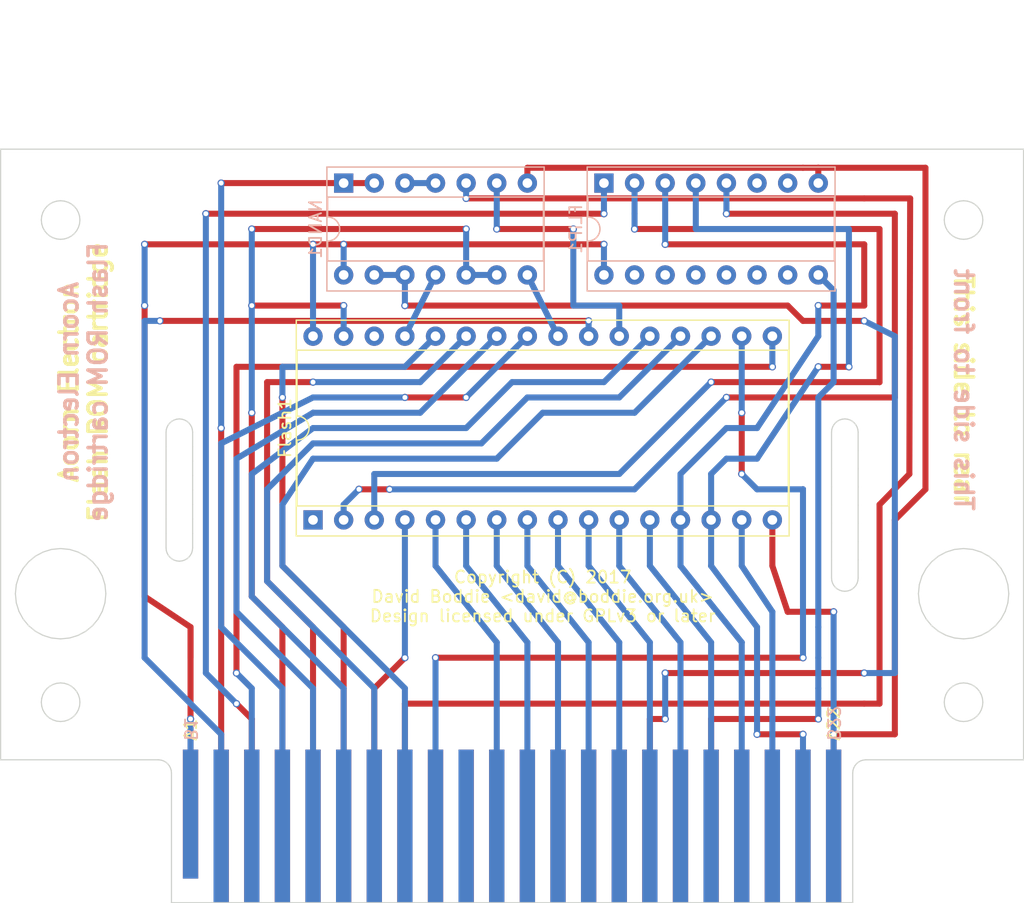
<source format=kicad_pcb>
(kicad_pcb (version 4) (host pcbnew 4.0.5+dfsg1-4)

  (general
    (links 48)
    (no_connects 0)
    (area 60.395005 64.446596 145.346876 127.0501)
    (thickness 1.6)
    (drawings 322)
    (tracks 301)
    (zones 0)
    (modules 5)
    (nets 59)
  )

  (page A4)
  (title_block
    (title "Acorn Electron cartridge breakout")
    (date 2017-02-16)
    (comment 2 "See: http://hgweb.boddie.org.uk/AcornElectronCartridge")
    (comment 3 "Design licensed under the terms of the GNU General Public License version 3 or later.")
    (comment 4 "A prototyping/breakout cartridge for the Acorn Electron Plus 1 expansion unit.")
  )

  (layers
    (0 F.Cu signal)
    (31 B.Cu signal)
    (32 B.Adhes user hide)
    (33 F.Adhes user hide)
    (34 B.Paste user hide)
    (35 F.Paste user hide)
    (36 B.SilkS user)
    (37 F.SilkS user)
    (38 B.Mask user hide)
    (39 F.Mask user hide)
    (40 Dwgs.User user hide)
    (41 Cmts.User user)
    (42 Eco1.User user hide)
    (43 Eco2.User user hide)
    (44 Edge.Cuts user)
    (45 Margin user hide)
    (46 B.CrtYd user)
    (47 F.CrtYd user)
    (48 B.Fab user)
    (49 F.Fab user)
  )

  (setup
    (last_trace_width 0.25)
    (user_trace_width 0.5)
    (trace_clearance 0.2)
    (zone_clearance 0.508)
    (zone_45_only yes)
    (trace_min 0.1524)
    (segment_width 0.2)
    (edge_width 0.15)
    (via_size 0.6)
    (via_drill 0.4)
    (via_min_size 0.4)
    (via_min_drill 0.3)
    (uvia_size 0.3)
    (uvia_drill 0.1)
    (uvias_allowed no)
    (uvia_min_size 0)
    (uvia_min_drill 0)
    (pcb_text_width 0.15)
    (pcb_text_size 1 1)
    (mod_edge_width 0.15)
    (mod_text_size 1 1)
    (mod_text_width 0.15)
    (pad_size 1.524 1.524)
    (pad_drill 0.762)
    (pad_to_mask_clearance 0.2)
    (aux_axis_origin 102.87 127)
    (visible_elements 7FFFFFFF)
    (pcbplotparams
      (layerselection 0x010f0_80000001)
      (usegerberextensions true)
      (excludeedgelayer true)
      (linewidth 0.100000)
      (plotframeref false)
      (viasonmask false)
      (mode 1)
      (useauxorigin false)
      (hpglpennumber 1)
      (hpglpenspeed 20)
      (hpglpendiameter 15)
      (hpglpenoverlay 2)
      (psnegative false)
      (psa4output false)
      (plotreference true)
      (plotvalue true)
      (plotinvisibletext false)
      (padsonsilk false)
      (subtractmaskfromsilk false)
      (outputformat 1)
      (mirror false)
      (drillshape 0)
      (scaleselection 1)
      (outputdirectory gerber/))
  )

  (net 0 "")
  (net 1 /nRST)
  (net 2 /nOE)
  (net 3 /CSRW)
  (net 4 /A8)
  (net 5 /A13)
  (net 6 /A12)
  (net 7 /PHI2)
  (net 8 /-5V)
  (net 9 /READY)
  (net 10 /nNMI)
  (net 11 /nIRQ)
  (net 12 /nINFC)
  (net 13 /nINFD)
  (net 14 /ROMQA)
  (net 15 /CLOCK)
  (net 16 /nROMSTB)
  (net 17 /ADOUT)
  (net 18 /AGND)
  (net 19 /ADIN)
  (net 20 /D3)
  (net 21 /A10)
  (net 22 /A11)
  (net 23 /A9)
  (net 24 /D7)
  (net 25 /D6)
  (net 26 /D5)
  (net 27 /D4)
  (net 28 /nOE2)
  (net 29 /BA7)
  (net 30 /BA6)
  (net 31 /BA5)
  (net 32 /BA4)
  (net 33 /BA3)
  (net 34 /BA2)
  (net 35 /BA1)
  (net 36 /BA0)
  (net 37 /D0)
  (net 38 /D2)
  (net 39 /D1)
  (net 40 /NC)
  (net 41 VCC)
  (net 42 GND)
  (net 43 /OE#)
  (net 44 /OE)
  (net 45 /A14)
  (net 46 /CE#)
  (net 47 "Net-(Flash1-Pad1)")
  (net 48 "Net-(Flash1-Pad30)")
  (net 49 /A15)
  (net 50 "Net-(FLIP1-Pad10)")
  (net 51 "Net-(FLIP1-Pad11)")
  (net 52 "Net-(FLIP1-Pad12)")
  (net 53 /A16)
  (net 54 "Net-(FLIP1-Pad13)")
  (net 55 "Net-(FLIP1-Pad6)")
  (net 56 "Net-(FLIP1-Pad14)")
  (net 57 "Net-(FLIP1-Pad7)")
  (net 58 "Net-(FLIP1-Pad15)")

  (net_class Default "This is the default net class."
    (clearance 0.2)
    (trace_width 0.25)
    (via_dia 0.6)
    (via_drill 0.4)
    (uvia_dia 0.3)
    (uvia_drill 0.1)
    (add_net /-5V)
    (add_net /A10)
    (add_net /A11)
    (add_net /A12)
    (add_net /A13)
    (add_net /A14)
    (add_net /A15)
    (add_net /A16)
    (add_net /A8)
    (add_net /A9)
    (add_net /ADIN)
    (add_net /ADOUT)
    (add_net /AGND)
    (add_net /BA0)
    (add_net /BA1)
    (add_net /BA2)
    (add_net /BA3)
    (add_net /BA4)
    (add_net /BA5)
    (add_net /BA6)
    (add_net /BA7)
    (add_net /CE#)
    (add_net /CLOCK)
    (add_net /CSRW)
    (add_net /D0)
    (add_net /D1)
    (add_net /D2)
    (add_net /D3)
    (add_net /D4)
    (add_net /D5)
    (add_net /D6)
    (add_net /D7)
    (add_net /NC)
    (add_net /OE)
    (add_net /OE#)
    (add_net /PHI2)
    (add_net /READY)
    (add_net /ROMQA)
    (add_net /nINFC)
    (add_net /nINFD)
    (add_net /nIRQ)
    (add_net /nNMI)
    (add_net /nOE)
    (add_net /nOE2)
    (add_net /nROMSTB)
    (add_net /nRST)
    (add_net GND)
    (add_net "Net-(FLIP1-Pad10)")
    (add_net "Net-(FLIP1-Pad11)")
    (add_net "Net-(FLIP1-Pad12)")
    (add_net "Net-(FLIP1-Pad13)")
    (add_net "Net-(FLIP1-Pad14)")
    (add_net "Net-(FLIP1-Pad15)")
    (add_net "Net-(FLIP1-Pad6)")
    (add_net "Net-(FLIP1-Pad7)")
    (add_net "Net-(Flash1-Pad1)")
    (add_net "Net-(Flash1-Pad30)")
    (add_net VCC)
  )

  (net_class OSHPark ""
    (clearance 0.1524)
    (trace_width 0.1524)
    (via_dia 0.6858)
    (via_drill 0.3302)
    (uvia_dia 0.762)
    (uvia_drill 0.508)
  )

  (module Housings_DIP:DIP-32_W15.24mm_Socket (layer F.Cu) (tedit 59C78D6C) (tstamp 59D2CCF4)
    (at 86.36 95.25 90)
    (descr "32-lead though-hole mounted DIP package, row spacing 15.24 mm (600 mils), Socket")
    (tags "THT DIP DIL PDIP 2.54mm 15.24mm 600mil Socket")
    (path /59D2A464)
    (fp_text reference Flash1 (at 7.62 -2.33 90) (layer F.SilkS)
      (effects (font (size 1 1) (thickness 0.15)))
    )
    (fp_text value SST39SF010 (at 7.62 40.43 90) (layer F.Fab)
      (effects (font (size 1 1) (thickness 0.15)))
    )
    (fp_arc (start 7.62 -1.33) (end 6.62 -1.33) (angle -180) (layer F.SilkS) (width 0.12))
    (fp_line (start 1.255 -1.27) (end 14.985 -1.27) (layer F.Fab) (width 0.1))
    (fp_line (start 14.985 -1.27) (end 14.985 39.37) (layer F.Fab) (width 0.1))
    (fp_line (start 14.985 39.37) (end 0.255 39.37) (layer F.Fab) (width 0.1))
    (fp_line (start 0.255 39.37) (end 0.255 -0.27) (layer F.Fab) (width 0.1))
    (fp_line (start 0.255 -0.27) (end 1.255 -1.27) (layer F.Fab) (width 0.1))
    (fp_line (start -1.27 -1.33) (end -1.27 39.43) (layer F.Fab) (width 0.1))
    (fp_line (start -1.27 39.43) (end 16.51 39.43) (layer F.Fab) (width 0.1))
    (fp_line (start 16.51 39.43) (end 16.51 -1.33) (layer F.Fab) (width 0.1))
    (fp_line (start 16.51 -1.33) (end -1.27 -1.33) (layer F.Fab) (width 0.1))
    (fp_line (start 6.62 -1.33) (end 1.16 -1.33) (layer F.SilkS) (width 0.12))
    (fp_line (start 1.16 -1.33) (end 1.16 39.43) (layer F.SilkS) (width 0.12))
    (fp_line (start 1.16 39.43) (end 14.08 39.43) (layer F.SilkS) (width 0.12))
    (fp_line (start 14.08 39.43) (end 14.08 -1.33) (layer F.SilkS) (width 0.12))
    (fp_line (start 14.08 -1.33) (end 8.62 -1.33) (layer F.SilkS) (width 0.12))
    (fp_line (start -1.33 -1.39) (end -1.33 39.49) (layer F.SilkS) (width 0.12))
    (fp_line (start -1.33 39.49) (end 16.57 39.49) (layer F.SilkS) (width 0.12))
    (fp_line (start 16.57 39.49) (end 16.57 -1.39) (layer F.SilkS) (width 0.12))
    (fp_line (start 16.57 -1.39) (end -1.33 -1.39) (layer F.SilkS) (width 0.12))
    (fp_line (start -1.55 -1.6) (end -1.55 39.7) (layer F.CrtYd) (width 0.05))
    (fp_line (start -1.55 39.7) (end 16.8 39.7) (layer F.CrtYd) (width 0.05))
    (fp_line (start 16.8 39.7) (end 16.8 -1.6) (layer F.CrtYd) (width 0.05))
    (fp_line (start 16.8 -1.6) (end -1.55 -1.6) (layer F.CrtYd) (width 0.05))
    (fp_text user %R (at 7.62 19.05 90) (layer F.Fab)
      (effects (font (size 1 1) (thickness 0.15)))
    )
    (pad 1 thru_hole rect (at 0 0 90) (size 1.6 1.6) (drill 0.8) (layers *.Cu *.Mask)
      (net 47 "Net-(Flash1-Pad1)"))
    (pad 17 thru_hole oval (at 15.24 38.1 90) (size 1.6 1.6) (drill 0.8) (layers *.Cu *.Mask)
      (net 20 /D3))
    (pad 2 thru_hole oval (at 0 2.54 90) (size 1.6 1.6) (drill 0.8) (layers *.Cu *.Mask)
      (net 53 /A16))
    (pad 18 thru_hole oval (at 15.24 35.56 90) (size 1.6 1.6) (drill 0.8) (layers *.Cu *.Mask)
      (net 27 /D4))
    (pad 3 thru_hole oval (at 0 5.08 90) (size 1.6 1.6) (drill 0.8) (layers *.Cu *.Mask)
      (net 49 /A15))
    (pad 19 thru_hole oval (at 15.24 33.02 90) (size 1.6 1.6) (drill 0.8) (layers *.Cu *.Mask)
      (net 26 /D5))
    (pad 4 thru_hole oval (at 0 7.62 90) (size 1.6 1.6) (drill 0.8) (layers *.Cu *.Mask)
      (net 6 /A12))
    (pad 20 thru_hole oval (at 15.24 30.48 90) (size 1.6 1.6) (drill 0.8) (layers *.Cu *.Mask)
      (net 25 /D6))
    (pad 5 thru_hole oval (at 0 10.16 90) (size 1.6 1.6) (drill 0.8) (layers *.Cu *.Mask)
      (net 29 /BA7))
    (pad 21 thru_hole oval (at 15.24 27.94 90) (size 1.6 1.6) (drill 0.8) (layers *.Cu *.Mask)
      (net 24 /D7))
    (pad 6 thru_hole oval (at 0 12.7 90) (size 1.6 1.6) (drill 0.8) (layers *.Cu *.Mask)
      (net 30 /BA6))
    (pad 22 thru_hole oval (at 15.24 25.4 90) (size 1.6 1.6) (drill 0.8) (layers *.Cu *.Mask)
      (net 46 /CE#))
    (pad 7 thru_hole oval (at 0 15.24 90) (size 1.6 1.6) (drill 0.8) (layers *.Cu *.Mask)
      (net 31 /BA5))
    (pad 23 thru_hole oval (at 15.24 22.86 90) (size 1.6 1.6) (drill 0.8) (layers *.Cu *.Mask)
      (net 21 /A10))
    (pad 8 thru_hole oval (at 0 17.78 90) (size 1.6 1.6) (drill 0.8) (layers *.Cu *.Mask)
      (net 32 /BA4))
    (pad 24 thru_hole oval (at 15.24 20.32 90) (size 1.6 1.6) (drill 0.8) (layers *.Cu *.Mask)
      (net 43 /OE#))
    (pad 9 thru_hole oval (at 0 20.32 90) (size 1.6 1.6) (drill 0.8) (layers *.Cu *.Mask)
      (net 33 /BA3))
    (pad 25 thru_hole oval (at 15.24 17.78 90) (size 1.6 1.6) (drill 0.8) (layers *.Cu *.Mask)
      (net 22 /A11))
    (pad 10 thru_hole oval (at 0 22.86 90) (size 1.6 1.6) (drill 0.8) (layers *.Cu *.Mask)
      (net 34 /BA2))
    (pad 26 thru_hole oval (at 15.24 15.24 90) (size 1.6 1.6) (drill 0.8) (layers *.Cu *.Mask)
      (net 23 /A9))
    (pad 11 thru_hole oval (at 0 25.4 90) (size 1.6 1.6) (drill 0.8) (layers *.Cu *.Mask)
      (net 35 /BA1))
    (pad 27 thru_hole oval (at 15.24 12.7 90) (size 1.6 1.6) (drill 0.8) (layers *.Cu *.Mask)
      (net 4 /A8))
    (pad 12 thru_hole oval (at 0 27.94 90) (size 1.6 1.6) (drill 0.8) (layers *.Cu *.Mask)
      (net 36 /BA0))
    (pad 28 thru_hole oval (at 15.24 10.16 90) (size 1.6 1.6) (drill 0.8) (layers *.Cu *.Mask)
      (net 5 /A13))
    (pad 13 thru_hole oval (at 0 30.48 90) (size 1.6 1.6) (drill 0.8) (layers *.Cu *.Mask)
      (net 37 /D0))
    (pad 29 thru_hole oval (at 15.24 7.62 90) (size 1.6 1.6) (drill 0.8) (layers *.Cu *.Mask)
      (net 45 /A14))
    (pad 14 thru_hole oval (at 0 33.02 90) (size 1.6 1.6) (drill 0.8) (layers *.Cu *.Mask)
      (net 39 /D1))
    (pad 30 thru_hole oval (at 15.24 5.08 90) (size 1.6 1.6) (drill 0.8) (layers *.Cu *.Mask)
      (net 48 "Net-(Flash1-Pad30)"))
    (pad 15 thru_hole oval (at 0 35.56 90) (size 1.6 1.6) (drill 0.8) (layers *.Cu *.Mask)
      (net 38 /D2))
    (pad 31 thru_hole oval (at 15.24 2.54 90) (size 1.6 1.6) (drill 0.8) (layers *.Cu *.Mask)
      (net 3 /CSRW))
    (pad 16 thru_hole oval (at 0 38.1 90) (size 1.6 1.6) (drill 0.8) (layers *.Cu *.Mask)
      (net 42 GND))
    (pad 32 thru_hole oval (at 15.24 0 90) (size 1.6 1.6) (drill 0.8) (layers *.Cu *.Mask)
      (net 41 VCC))
    (model ${KISYS3DMOD}/Housings_DIP.3dshapes/DIP-32_W15.24mm_Socket.wrl
      (at (xyz 0 0 0))
      (scale (xyz 1 1 1))
      (rotate (xyz 0 0 0))
    )
  )

  (module Housings_DIP:DIP-16_W7.62mm_Socket (layer B.Cu) (tedit 59D805FF) (tstamp 59E979D7)
    (at 110.49 67.31 270)
    (descr "16-lead though-hole mounted DIP package, row spacing 7.62 mm (300 mils), Socket")
    (tags "THT DIP DIL PDIP 2.54mm 7.62mm 300mil Socket")
    (path /59D8067A)
    (fp_text reference FLIP1 (at 3.81 2.33 270) (layer B.SilkS)
      (effects (font (size 1 1) (thickness 0.15)) (justify mirror))
    )
    (fp_text value 74LS174 (at 3.81 -20.11 270) (layer B.Fab)
      (effects (font (size 1 1) (thickness 0.15)) (justify mirror))
    )
    (fp_arc (start 3.81 1.33) (end 2.81 1.33) (angle 180) (layer B.SilkS) (width 0.12))
    (fp_line (start 1.635 1.27) (end 6.985 1.27) (layer B.Fab) (width 0.1))
    (fp_line (start 6.985 1.27) (end 6.985 -19.05) (layer B.Fab) (width 0.1))
    (fp_line (start 6.985 -19.05) (end 0.635 -19.05) (layer B.Fab) (width 0.1))
    (fp_line (start 0.635 -19.05) (end 0.635 0.27) (layer B.Fab) (width 0.1))
    (fp_line (start 0.635 0.27) (end 1.635 1.27) (layer B.Fab) (width 0.1))
    (fp_line (start -1.27 1.33) (end -1.27 -19.11) (layer B.Fab) (width 0.1))
    (fp_line (start -1.27 -19.11) (end 8.89 -19.11) (layer B.Fab) (width 0.1))
    (fp_line (start 8.89 -19.11) (end 8.89 1.33) (layer B.Fab) (width 0.1))
    (fp_line (start 8.89 1.33) (end -1.27 1.33) (layer B.Fab) (width 0.1))
    (fp_line (start 2.81 1.33) (end 1.16 1.33) (layer B.SilkS) (width 0.12))
    (fp_line (start 1.16 1.33) (end 1.16 -19.11) (layer B.SilkS) (width 0.12))
    (fp_line (start 1.16 -19.11) (end 6.46 -19.11) (layer B.SilkS) (width 0.12))
    (fp_line (start 6.46 -19.11) (end 6.46 1.33) (layer B.SilkS) (width 0.12))
    (fp_line (start 6.46 1.33) (end 4.81 1.33) (layer B.SilkS) (width 0.12))
    (fp_line (start -1.33 1.39) (end -1.33 -19.17) (layer B.SilkS) (width 0.12))
    (fp_line (start -1.33 -19.17) (end 8.95 -19.17) (layer B.SilkS) (width 0.12))
    (fp_line (start 8.95 -19.17) (end 8.95 1.39) (layer B.SilkS) (width 0.12))
    (fp_line (start 8.95 1.39) (end -1.33 1.39) (layer B.SilkS) (width 0.12))
    (fp_line (start -1.55 1.6) (end -1.55 -19.4) (layer B.CrtYd) (width 0.05))
    (fp_line (start -1.55 -19.4) (end 9.15 -19.4) (layer B.CrtYd) (width 0.05))
    (fp_line (start 9.15 -19.4) (end 9.15 1.6) (layer B.CrtYd) (width 0.05))
    (fp_line (start 9.15 1.6) (end -1.55 1.6) (layer B.CrtYd) (width 0.05))
    (fp_text user %R (at 3.81 -8.89 270) (layer B.Fab)
      (effects (font (size 1 1) (thickness 0.15)) (justify mirror))
    )
    (pad 1 thru_hole rect (at 0 0 270) (size 1.6 1.6) (drill 0.8) (layers *.Cu *.Mask)
      (net 1 /nRST))
    (pad 9 thru_hole oval (at 7.62 -17.78 270) (size 1.6 1.6) (drill 0.8) (layers *.Cu *.Mask)
      (net 16 /nROMSTB))
    (pad 2 thru_hole oval (at 0 -2.54 270) (size 1.6 1.6) (drill 0.8) (layers *.Cu *.Mask)
      (net 49 /A15))
    (pad 10 thru_hole oval (at 7.62 -15.24 270) (size 1.6 1.6) (drill 0.8) (layers *.Cu *.Mask)
      (net 50 "Net-(FLIP1-Pad10)"))
    (pad 3 thru_hole oval (at 0 -5.08 270) (size 1.6 1.6) (drill 0.8) (layers *.Cu *.Mask)
      (net 37 /D0))
    (pad 11 thru_hole oval (at 7.62 -12.7 270) (size 1.6 1.6) (drill 0.8) (layers *.Cu *.Mask)
      (net 51 "Net-(FLIP1-Pad11)"))
    (pad 4 thru_hole oval (at 0 -7.62 270) (size 1.6 1.6) (drill 0.8) (layers *.Cu *.Mask)
      (net 39 /D1))
    (pad 12 thru_hole oval (at 7.62 -10.16 270) (size 1.6 1.6) (drill 0.8) (layers *.Cu *.Mask)
      (net 52 "Net-(FLIP1-Pad12)"))
    (pad 5 thru_hole oval (at 0 -10.16 270) (size 1.6 1.6) (drill 0.8) (layers *.Cu *.Mask)
      (net 53 /A16))
    (pad 13 thru_hole oval (at 7.62 -7.62 270) (size 1.6 1.6) (drill 0.8) (layers *.Cu *.Mask)
      (net 54 "Net-(FLIP1-Pad13)"))
    (pad 6 thru_hole oval (at 0 -12.7 270) (size 1.6 1.6) (drill 0.8) (layers *.Cu *.Mask)
      (net 55 "Net-(FLIP1-Pad6)"))
    (pad 14 thru_hole oval (at 7.62 -5.08 270) (size 1.6 1.6) (drill 0.8) (layers *.Cu *.Mask)
      (net 56 "Net-(FLIP1-Pad14)"))
    (pad 7 thru_hole oval (at 0 -15.24 270) (size 1.6 1.6) (drill 0.8) (layers *.Cu *.Mask)
      (net 57 "Net-(FLIP1-Pad7)"))
    (pad 15 thru_hole oval (at 7.62 -2.54 270) (size 1.6 1.6) (drill 0.8) (layers *.Cu *.Mask)
      (net 58 "Net-(FLIP1-Pad15)"))
    (pad 8 thru_hole oval (at 0 -17.78 270) (size 1.6 1.6) (drill 0.8) (layers *.Cu *.Mask)
      (net 42 GND))
    (pad 16 thru_hole oval (at 7.62 0 270) (size 1.6 1.6) (drill 0.8) (layers *.Cu *.Mask)
      (net 41 VCC))
    (model ${KISYS3DMOD}/Housings_DIP.3dshapes/DIP-16_W7.62mm_Socket.wrl
      (at (xyz 0 0 0))
      (scale (xyz 1 1 1))
      (rotate (xyz 0 0 0))
    )
  )

  (module Acorn_Electron:Acorn_Electron_cartridge_edge_connector_rear (layer F.Cu) (tedit 59D7B679) (tstamp 587CC8B3)
    (at 102.87 113.03)
    (tags "Acorn Electron cartridge edge connector rear")
    (path /587CC844)
    (fp_text reference CONN1 (at 0 -43.18) (layer F.SilkS) hide
      (effects (font (size 1 1) (thickness 0.15)))
    )
    (fp_text value Acorn_Electron_cartridge_edge_connector_rear_side_A (at 0 -49.53) (layer F.Fab) hide
      (effects (font (size 1 1) (thickness 0.15)))
    )
    (pad 1 connect rect (at -26.67 6.62) (size 1.27 10.7) (layers F.Cu F.Mask)
      (net 41 VCC))
    (pad 2 connect rect (at -24.13 7.62) (size 1.27 12.7) (layers F.Cu F.Mask)
      (net 2 /nOE))
    (pad 3 connect rect (at -21.59 7.62) (size 1.27 12.7) (layers F.Cu F.Mask)
      (net 1 /nRST))
    (pad 4 connect rect (at -19.05 7.62) (size 1.27 12.7) (layers F.Cu F.Mask)
      (net 3 /CSRW))
    (pad 5 connect rect (at -16.51 7.62) (size 1.27 12.7) (layers F.Cu F.Mask)
      (net 4 /A8))
    (pad 6 connect rect (at -13.97 7.62) (size 1.27 12.7) (layers F.Cu F.Mask)
      (net 5 /A13))
    (pad 7 connect rect (at -11.43 7.62) (size 1.27 12.7) (layers F.Cu F.Mask)
      (net 6 /A12))
    (pad 8 connect rect (at -8.89 7.62) (size 1.27 12.7) (layers F.Cu F.Mask)
      (net 7 /PHI2))
    (pad 9 connect rect (at -6.35 7.62) (size 1.27 12.7) (layers F.Cu F.Mask)
      (net 8 /-5V))
    (pad 10 connect rect (at -3.81 7.62) (size 1.27 12.7) (layers F.Cu F.Mask)
      (net 40 /NC))
    (pad 11 connect rect (at -1.27 7.62) (size 1.27 12.7) (layers F.Cu F.Mask)
      (net 9 /READY))
    (pad 12 connect rect (at 1.27 7.62) (size 1.27 12.7) (layers F.Cu F.Mask)
      (net 10 /nNMI))
    (pad 13 connect rect (at 3.81 7.62) (size 1.27 12.7) (layers F.Cu F.Mask)
      (net 11 /nIRQ))
    (pad 14 connect rect (at 6.35 7.62) (size 1.27 12.7) (layers F.Cu F.Mask)
      (net 12 /nINFC))
    (pad 15 connect rect (at 8.89 7.62) (size 1.27 12.7) (layers F.Cu F.Mask)
      (net 13 /nINFD))
    (pad 16 connect rect (at 11.43 7.62) (size 1.27 12.7) (layers F.Cu F.Mask)
      (net 14 /ROMQA))
    (pad 17 connect rect (at 13.97 7.62) (size 1.27 12.7) (layers F.Cu F.Mask)
      (net 15 /CLOCK))
    (pad 18 connect rect (at 16.51 7.62) (size 1.27 12.7) (layers F.Cu F.Mask)
      (net 16 /nROMSTB))
    (pad 19 connect rect (at 19.05 7.62) (size 1.27 12.7) (layers F.Cu F.Mask)
      (net 17 /ADOUT))
    (pad 20 connect rect (at 21.59 7.62) (size 1.27 12.7) (layers F.Cu F.Mask)
      (net 18 /AGND))
    (pad 21 connect rect (at 24.13 7.62) (size 1.27 12.7) (layers F.Cu F.Mask)
      (net 19 /ADIN))
    (pad 22 connect rect (at 26.67 7.62) (size 1.27 12.7) (layers F.Cu F.Mask)
      (net 42 GND))
  )

  (module Acorn_Electron:Acorn_Electron_cartridge_edge_connector_front (layer B.Cu) (tedit 59D7B67C) (tstamp 587CC8CD)
    (at 102.87 113.03)
    (tags "Acorn Electron cartridge edge connector front")
    (path /587CC811)
    (fp_text reference CONN2 (at 0 -43.18) (layer B.SilkS) hide
      (effects (font (size 1 1) (thickness 0.15)) (justify mirror))
    )
    (fp_text value Acorn_Electron_cartridge_edge_connector_front_side_B (at 0 -49.53) (layer B.Fab) hide
      (effects (font (size 1 1) (thickness 0.15)) (justify mirror))
    )
    (pad 1 connect rect (at -26.67 6.62) (size 1.27 10.7) (layers B.Cu B.Mask)
      (net 41 VCC))
    (pad 2 connect rect (at -24.13 7.62) (size 1.27 12.7) (layers B.Cu B.Mask)
      (net 21 /A10))
    (pad 3 connect rect (at -21.59 7.62) (size 1.27 12.7) (layers B.Cu B.Mask)
      (net 20 /D3))
    (pad 4 connect rect (at -19.05 7.62) (size 1.27 12.7) (layers B.Cu B.Mask)
      (net 22 /A11))
    (pad 5 connect rect (at -16.51 7.62) (size 1.27 12.7) (layers B.Cu B.Mask)
      (net 23 /A9))
    (pad 6 connect rect (at -13.97 7.62) (size 1.27 12.7) (layers B.Cu B.Mask)
      (net 24 /D7))
    (pad 7 connect rect (at -11.43 7.62) (size 1.27 12.7) (layers B.Cu B.Mask)
      (net 25 /D6))
    (pad 8 connect rect (at -8.89 7.62) (size 1.27 12.7) (layers B.Cu B.Mask)
      (net 26 /D5))
    (pad 9 connect rect (at -6.35 7.62) (size 1.27 12.7) (layers B.Cu B.Mask)
      (net 27 /D4))
    (pad 10 connect rect (at -3.81 7.62) (size 1.27 12.7) (layers B.Cu B.Mask)
      (net 28 /nOE2))
    (pad 11 connect rect (at -1.27 7.62) (size 1.27 12.7) (layers B.Cu B.Mask)
      (net 29 /BA7))
    (pad 12 connect rect (at 1.27 7.62) (size 1.27 12.7) (layers B.Cu B.Mask)
      (net 30 /BA6))
    (pad 13 connect rect (at 3.81 7.62) (size 1.27 12.7) (layers B.Cu B.Mask)
      (net 31 /BA5))
    (pad 14 connect rect (at 6.35 7.62) (size 1.27 12.7) (layers B.Cu B.Mask)
      (net 32 /BA4))
    (pad 15 connect rect (at 8.89 7.62) (size 1.27 12.7) (layers B.Cu B.Mask)
      (net 33 /BA3))
    (pad 16 connect rect (at 11.43 7.62) (size 1.27 12.7) (layers B.Cu B.Mask)
      (net 34 /BA2))
    (pad 17 connect rect (at 13.97 7.62) (size 1.27 12.7) (layers B.Cu B.Mask)
      (net 35 /BA1))
    (pad 18 connect rect (at 16.51 7.62) (size 1.27 12.7) (layers B.Cu B.Mask)
      (net 36 /BA0))
    (pad 19 connect rect (at 19.05 7.62) (size 1.27 12.7) (layers B.Cu B.Mask)
      (net 37 /D0))
    (pad 20 connect rect (at 21.59 7.62) (size 1.27 12.7) (layers B.Cu B.Mask)
      (net 38 /D2))
    (pad 21 connect rect (at 24.13 7.62) (size 1.27 12.7) (layers B.Cu B.Mask)
      (net 39 /D1))
    (pad 22 connect rect (at 26.67 7.62) (size 1.27 12.7) (layers B.Cu B.Mask)
      (net 42 GND))
  )

  (module Housings_DIP:DIP-14_W7.62mm_Socket (layer B.Cu) (tedit 59C78D6B) (tstamp 59D33CC2)
    (at 88.9 67.31 270)
    (descr "14-lead though-hole mounted DIP package, row spacing 7.62 mm (300 mils), Socket")
    (tags "THT DIP DIL PDIP 2.54mm 7.62mm 300mil Socket")
    (path /59D29643)
    (fp_text reference NAND1 (at 3.81 2.33 270) (layer B.SilkS)
      (effects (font (size 1 1) (thickness 0.15)) (justify mirror))
    )
    (fp_text value 74HC00 (at 3.81 -17.57 270) (layer B.Fab)
      (effects (font (size 1 1) (thickness 0.15)) (justify mirror))
    )
    (fp_arc (start 3.81 1.33) (end 2.81 1.33) (angle 180) (layer B.SilkS) (width 0.12))
    (fp_line (start 1.635 1.27) (end 6.985 1.27) (layer B.Fab) (width 0.1))
    (fp_line (start 6.985 1.27) (end 6.985 -16.51) (layer B.Fab) (width 0.1))
    (fp_line (start 6.985 -16.51) (end 0.635 -16.51) (layer B.Fab) (width 0.1))
    (fp_line (start 0.635 -16.51) (end 0.635 0.27) (layer B.Fab) (width 0.1))
    (fp_line (start 0.635 0.27) (end 1.635 1.27) (layer B.Fab) (width 0.1))
    (fp_line (start -1.27 1.33) (end -1.27 -16.57) (layer B.Fab) (width 0.1))
    (fp_line (start -1.27 -16.57) (end 8.89 -16.57) (layer B.Fab) (width 0.1))
    (fp_line (start 8.89 -16.57) (end 8.89 1.33) (layer B.Fab) (width 0.1))
    (fp_line (start 8.89 1.33) (end -1.27 1.33) (layer B.Fab) (width 0.1))
    (fp_line (start 2.81 1.33) (end 1.16 1.33) (layer B.SilkS) (width 0.12))
    (fp_line (start 1.16 1.33) (end 1.16 -16.57) (layer B.SilkS) (width 0.12))
    (fp_line (start 1.16 -16.57) (end 6.46 -16.57) (layer B.SilkS) (width 0.12))
    (fp_line (start 6.46 -16.57) (end 6.46 1.33) (layer B.SilkS) (width 0.12))
    (fp_line (start 6.46 1.33) (end 4.81 1.33) (layer B.SilkS) (width 0.12))
    (fp_line (start -1.33 1.39) (end -1.33 -16.63) (layer B.SilkS) (width 0.12))
    (fp_line (start -1.33 -16.63) (end 8.95 -16.63) (layer B.SilkS) (width 0.12))
    (fp_line (start 8.95 -16.63) (end 8.95 1.39) (layer B.SilkS) (width 0.12))
    (fp_line (start 8.95 1.39) (end -1.33 1.39) (layer B.SilkS) (width 0.12))
    (fp_line (start -1.55 1.6) (end -1.55 -16.85) (layer B.CrtYd) (width 0.05))
    (fp_line (start -1.55 -16.85) (end 9.15 -16.85) (layer B.CrtYd) (width 0.05))
    (fp_line (start 9.15 -16.85) (end 9.15 1.6) (layer B.CrtYd) (width 0.05))
    (fp_line (start 9.15 1.6) (end -1.55 1.6) (layer B.CrtYd) (width 0.05))
    (fp_text user %R (at 3.81 -7.62 270) (layer B.Fab)
      (effects (font (size 1 1) (thickness 0.15)) (justify mirror))
    )
    (pad 1 thru_hole rect (at 0 0 270) (size 1.6 1.6) (drill 0.8) (layers *.Cu *.Mask)
      (net 2 /nOE))
    (pad 8 thru_hole oval (at 7.62 -15.24 270) (size 1.6 1.6) (drill 0.8) (layers *.Cu *.Mask)
      (net 43 /OE#))
    (pad 2 thru_hole oval (at 0 -2.54 270) (size 1.6 1.6) (drill 0.8) (layers *.Cu *.Mask)
      (net 2 /nOE))
    (pad 9 thru_hole oval (at 7.62 -12.7 270) (size 1.6 1.6) (drill 0.8) (layers *.Cu *.Mask)
      (net 3 /CSRW))
    (pad 3 thru_hole oval (at 0 -5.08 270) (size 1.6 1.6) (drill 0.8) (layers *.Cu *.Mask)
      (net 44 /OE))
    (pad 10 thru_hole oval (at 7.62 -10.16 270) (size 1.6 1.6) (drill 0.8) (layers *.Cu *.Mask)
      (net 3 /CSRW))
    (pad 4 thru_hole oval (at 0 -7.62 270) (size 1.6 1.6) (drill 0.8) (layers *.Cu *.Mask)
      (net 44 /OE))
    (pad 11 thru_hole oval (at 7.62 -7.62 270) (size 1.6 1.6) (drill 0.8) (layers *.Cu *.Mask)
      (net 45 /A14))
    (pad 5 thru_hole oval (at 0 -10.16 270) (size 1.6 1.6) (drill 0.8) (layers *.Cu *.Mask)
      (net 7 /PHI2))
    (pad 12 thru_hole oval (at 7.62 -5.08 270) (size 1.6 1.6) (drill 0.8) (layers *.Cu *.Mask)
      (net 14 /ROMQA))
    (pad 6 thru_hole oval (at 0 -12.7 270) (size 1.6 1.6) (drill 0.8) (layers *.Cu *.Mask)
      (net 46 /CE#))
    (pad 13 thru_hole oval (at 7.62 -2.54 270) (size 1.6 1.6) (drill 0.8) (layers *.Cu *.Mask)
      (net 14 /ROMQA))
    (pad 7 thru_hole oval (at 0 -15.24 270) (size 1.6 1.6) (drill 0.8) (layers *.Cu *.Mask)
      (net 42 GND))
    (pad 14 thru_hole oval (at 7.62 0 270) (size 1.6 1.6) (drill 0.8) (layers *.Cu *.Mask)
      (net 41 VCC))
    (model ${KISYS3DMOD}/Housings_DIP.3dshapes/DIP-14_W7.62mm_Socket.wrl
      (at (xyz 0 0 0))
      (scale (xyz 1 1 1))
      (rotate (xyz 0 0 0))
    )
  )

  (gr_text "Copyright (C) 2017\nDavid Boddie <david@boddie.org.uk>\nDesign licensed under GPLv3 or later" (at 105.41 101.6) (layer F.SilkS)
    (effects (font (size 1 1) (thickness 0.15)))
  )
  (gr_line (start 65.74184 108.802935) (end 65.419167 108.770208) (layer Edge.Cuts) (width 0.1))
  (gr_line (start 66.042757 108.896748) (end 65.74184 108.802935) (layer Edge.Cuts) (width 0.1))
  (gr_line (start 66.315362 109.045093) (end 66.042757 108.896748) (layer Edge.Cuts) (width 0.1))
  (gr_line (start 66.553102 109.241412) (end 66.315362 109.045093) (layer Edge.Cuts) (width 0.1))
  (gr_line (start 66.749421 109.479151) (end 66.553102 109.241412) (layer Edge.Cuts) (width 0.1))
  (gr_line (start 66.897765 109.751757) (end 66.749421 109.479151) (layer Edge.Cuts) (width 0.1))
  (gr_line (start 66.991578 110.052674) (end 66.897765 109.751757) (layer Edge.Cuts) (width 0.1))
  (gr_line (start 67.024306 110.375347) (end 66.991578 110.052674) (layer Edge.Cuts) (width 0.1))
  (gr_line (start 66.991578 110.697642) (end 67.024306 110.375347) (layer Edge.Cuts) (width 0.1))
  (gr_line (start 66.897765 110.99756) (end 66.991578 110.697642) (layer Edge.Cuts) (width 0.1))
  (gr_line (start 66.749421 111.268753) (end 66.897765 110.99756) (layer Edge.Cuts) (width 0.1))
  (gr_line (start 66.553102 111.504874) (end 66.749421 111.268753) (layer Edge.Cuts) (width 0.1))
  (gr_line (start 66.315362 111.699573) (end 66.553102 111.504874) (layer Edge.Cuts) (width 0.1))
  (gr_line (start 66.042757 111.846504) (end 66.315362 111.699573) (layer Edge.Cuts) (width 0.1))
  (gr_line (start 65.74184 111.939318) (end 66.042757 111.846504) (layer Edge.Cuts) (width 0.1))
  (gr_line (start 65.419167 111.971667) (end 65.74184 111.939318) (layer Edge.Cuts) (width 0.1))
  (gr_line (start 65.096873 111.939318) (end 65.419167 111.971667) (layer Edge.Cuts) (width 0.1))
  (gr_line (start 64.796955 111.846504) (end 65.096873 111.939318) (layer Edge.Cuts) (width 0.1))
  (gr_line (start 64.525761 111.699573) (end 64.796955 111.846504) (layer Edge.Cuts) (width 0.1))
  (gr_line (start 64.289641 111.504874) (end 64.525761 111.699573) (layer Edge.Cuts) (width 0.1))
  (gr_line (start 64.094941 111.268753) (end 64.289641 111.504874) (layer Edge.Cuts) (width 0.1))
  (gr_line (start 63.94801 110.99756) (end 64.094941 111.268753) (layer Edge.Cuts) (width 0.1))
  (gr_line (start 63.855196 110.697642) (end 63.94801 110.99756) (layer Edge.Cuts) (width 0.1))
  (gr_line (start 63.822847 110.375347) (end 63.855196 110.697642) (layer Edge.Cuts) (width 0.1))
  (gr_line (start 63.855196 110.052674) (end 63.822847 110.375347) (layer Edge.Cuts) (width 0.1))
  (gr_line (start 63.94801 109.751757) (end 63.855196 110.052674) (layer Edge.Cuts) (width 0.1))
  (gr_line (start 64.094941 109.479151) (end 63.94801 109.751757) (layer Edge.Cuts) (width 0.1))
  (gr_line (start 64.289641 109.241412) (end 64.094941 109.479151) (layer Edge.Cuts) (width 0.1))
  (gr_line (start 64.525761 109.045093) (end 64.289641 109.241412) (layer Edge.Cuts) (width 0.1))
  (gr_line (start 64.796955 108.896748) (end 64.525761 109.045093) (layer Edge.Cuts) (width 0.1))
  (gr_line (start 65.096873 108.802935) (end 64.796955 108.896748) (layer Edge.Cuts) (width 0.1))
  (gr_line (start 65.419167 108.770208) (end 65.096873 108.802935) (layer Edge.Cuts) (width 0.1))
  (gr_line (start 140.645003 108.802935) (end 140.322708 108.770208) (layer Edge.Cuts) (width 0.1))
  (gr_line (start 140.944921 108.896748) (end 140.645003 108.802935) (layer Edge.Cuts) (width 0.1))
  (gr_line (start 141.216114 109.045093) (end 140.944921 108.896748) (layer Edge.Cuts) (width 0.1))
  (gr_line (start 141.452235 109.241412) (end 141.216114 109.045093) (layer Edge.Cuts) (width 0.1))
  (gr_line (start 141.646935 109.479151) (end 141.452235 109.241412) (layer Edge.Cuts) (width 0.1))
  (gr_line (start 141.793865 109.751757) (end 141.646935 109.479151) (layer Edge.Cuts) (width 0.1))
  (gr_line (start 141.886679 110.052674) (end 141.793865 109.751757) (layer Edge.Cuts) (width 0.1))
  (gr_line (start 141.919028 110.375347) (end 141.886679 110.052674) (layer Edge.Cuts) (width 0.1))
  (gr_line (start 141.886679 110.697642) (end 141.919028 110.375347) (layer Edge.Cuts) (width 0.1))
  (gr_line (start 141.793865 110.99756) (end 141.886679 110.697642) (layer Edge.Cuts) (width 0.1))
  (gr_line (start 141.646935 111.268753) (end 141.793865 110.99756) (layer Edge.Cuts) (width 0.1))
  (gr_line (start 141.452235 111.504874) (end 141.646935 111.268753) (layer Edge.Cuts) (width 0.1))
  (gr_line (start 141.216114 111.699573) (end 141.452235 111.504874) (layer Edge.Cuts) (width 0.1))
  (gr_line (start 140.944921 111.846504) (end 141.216114 111.699573) (layer Edge.Cuts) (width 0.1))
  (gr_line (start 140.645003 111.939318) (end 140.944921 111.846504) (layer Edge.Cuts) (width 0.1))
  (gr_line (start 140.322708 111.971667) (end 140.645003 111.939318) (layer Edge.Cuts) (width 0.1))
  (gr_line (start 140.000035 111.939318) (end 140.322708 111.971667) (layer Edge.Cuts) (width 0.1))
  (gr_line (start 139.699119 111.846504) (end 140.000035 111.939318) (layer Edge.Cuts) (width 0.1))
  (gr_line (start 139.426512 111.699573) (end 139.699119 111.846504) (layer Edge.Cuts) (width 0.1))
  (gr_line (start 139.188773 111.504874) (end 139.426512 111.699573) (layer Edge.Cuts) (width 0.1))
  (gr_line (start 138.992454 111.268753) (end 139.188773 111.504874) (layer Edge.Cuts) (width 0.1))
  (gr_line (start 138.844109 110.99756) (end 138.992454 111.268753) (layer Edge.Cuts) (width 0.1))
  (gr_line (start 138.750296 110.697642) (end 138.844109 110.99756) (layer Edge.Cuts) (width 0.1))
  (gr_line (start 138.717569 110.375347) (end 138.750296 110.697642) (layer Edge.Cuts) (width 0.1))
  (gr_line (start 138.750296 110.052674) (end 138.717569 110.375347) (layer Edge.Cuts) (width 0.1))
  (gr_line (start 138.844109 109.751757) (end 138.750296 110.052674) (layer Edge.Cuts) (width 0.1))
  (gr_line (start 138.992454 109.479151) (end 138.844109 109.751757) (layer Edge.Cuts) (width 0.1))
  (gr_line (start 139.188773 109.241412) (end 138.992454 109.479151) (layer Edge.Cuts) (width 0.1))
  (gr_line (start 139.426512 109.045093) (end 139.188773 109.241412) (layer Edge.Cuts) (width 0.1))
  (gr_line (start 139.699119 108.896748) (end 139.426512 109.045093) (layer Edge.Cuts) (width 0.1))
  (gr_line (start 140.000035 108.802935) (end 139.699119 108.896748) (layer Edge.Cuts) (width 0.1))
  (gr_line (start 140.322708 108.770208) (end 140.000035 108.802935) (layer Edge.Cuts) (width 0.1))
  (gr_line (start 66.175225 97.698543) (end 65.419167 97.622431) (layer Edge.Cuts) (width 0.1))
  (gr_line (start 66.87994 97.916853) (end 66.175225 97.698543) (layer Edge.Cuts) (width 0.1))
  (gr_line (start 67.518066 98.262324) (end 66.87994 97.916853) (layer Edge.Cuts) (width 0.1))
  (gr_line (start 68.074357 98.719914) (end 67.518066 98.262324) (layer Edge.Cuts) (width 0.1))
  (gr_line (start 68.533566 99.274585) (end 68.074357 98.719914) (layer Edge.Cuts) (width 0.1))
  (gr_line (start 68.880449 99.911298) (end 68.533566 99.274585) (layer Edge.Cuts) (width 0.1))
  (gr_line (start 69.099759 100.615013) (end 68.880449 99.911298) (layer Edge.Cuts) (width 0.1))
  (gr_line (start 69.17625 101.370694) (end 69.099759 100.615013) (layer Edge.Cuts) (width 0.1))
  (gr_line (start 69.099759 102.126375) (end 69.17625 101.370694) (layer Edge.Cuts) (width 0.1))
  (gr_line (start 68.880449 102.830091) (end 69.099759 102.126375) (layer Edge.Cuts) (width 0.1))
  (gr_line (start 68.533566 103.466804) (end 68.880449 102.830091) (layer Edge.Cuts) (width 0.1))
  (gr_line (start 68.074357 104.021475) (end 68.533566 103.466804) (layer Edge.Cuts) (width 0.1))
  (gr_line (start 67.518066 104.479065) (end 68.074357 104.021475) (layer Edge.Cuts) (width 0.1))
  (gr_line (start 66.87994 104.824536) (end 67.518066 104.479065) (layer Edge.Cuts) (width 0.1))
  (gr_line (start 66.175225 105.042846) (end 66.87994 104.824536) (layer Edge.Cuts) (width 0.1))
  (gr_line (start 65.419167 105.118958) (end 66.175225 105.042846) (layer Edge.Cuts) (width 0.1))
  (gr_line (start 64.663487 105.042846) (end 65.419167 105.118958) (layer Edge.Cuts) (width 0.1))
  (gr_line (start 63.959771 104.824536) (end 64.663487 105.042846) (layer Edge.Cuts) (width 0.1))
  (gr_line (start 63.323058 104.479065) (end 63.959771 104.824536) (layer Edge.Cuts) (width 0.1))
  (gr_line (start 62.768386 104.021475) (end 63.323058 104.479065) (layer Edge.Cuts) (width 0.1))
  (gr_line (start 62.310796 103.466804) (end 62.768386 104.021475) (layer Edge.Cuts) (width 0.1))
  (gr_line (start 61.965326 102.830091) (end 62.310796 103.466804) (layer Edge.Cuts) (width 0.1))
  (gr_line (start 61.747015 102.126375) (end 61.965326 102.830091) (layer Edge.Cuts) (width 0.1))
  (gr_line (start 61.670903 101.370694) (end 61.747015 102.126375) (layer Edge.Cuts) (width 0.1))
  (gr_line (start 61.747015 100.615013) (end 61.670903 101.370694) (layer Edge.Cuts) (width 0.1))
  (gr_line (start 61.965326 99.911298) (end 61.747015 100.615013) (layer Edge.Cuts) (width 0.1))
  (gr_line (start 62.310796 99.274585) (end 61.965326 99.911298) (layer Edge.Cuts) (width 0.1))
  (gr_line (start 62.768386 98.719914) (end 62.310796 99.274585) (layer Edge.Cuts) (width 0.1))
  (gr_line (start 63.323058 98.262324) (end 62.768386 98.719914) (layer Edge.Cuts) (width 0.1))
  (gr_line (start 63.959771 97.916853) (end 63.323058 98.262324) (layer Edge.Cuts) (width 0.1))
  (gr_line (start 64.663487 97.698543) (end 63.959771 97.916853) (layer Edge.Cuts) (width 0.1))
  (gr_line (start 65.419167 97.622431) (end 64.663487 97.698543) (layer Edge.Cuts) (width 0.1))
  (gr_line (start 141.078387 97.698543) (end 140.322708 97.622431) (layer Edge.Cuts) (width 0.1))
  (gr_line (start 141.782102 97.916853) (end 141.078387 97.698543) (layer Edge.Cuts) (width 0.1))
  (gr_line (start 142.418815 98.262324) (end 141.782102 97.916853) (layer Edge.Cuts) (width 0.1))
  (gr_line (start 142.973486 98.719914) (end 142.418815 98.262324) (layer Edge.Cuts) (width 0.1))
  (gr_line (start 143.431078 99.274585) (end 142.973486 98.719914) (layer Edge.Cuts) (width 0.1))
  (gr_line (start 143.77655 99.911298) (end 143.431078 99.274585) (layer Edge.Cuts) (width 0.1))
  (gr_line (start 143.99486 100.615013) (end 143.77655 99.911298) (layer Edge.Cuts) (width 0.1))
  (gr_line (start 144.070972 101.370694) (end 143.99486 100.615013) (layer Edge.Cuts) (width 0.1))
  (gr_line (start 143.99486 102.126373) (end 144.070972 101.370694) (layer Edge.Cuts) (width 0.1))
  (gr_line (start 143.77655 102.830088) (end 143.99486 102.126373) (layer Edge.Cuts) (width 0.1))
  (gr_line (start 143.431078 103.466801) (end 143.77655 102.830088) (layer Edge.Cuts) (width 0.1))
  (gr_line (start 142.973486 104.021472) (end 143.431078 103.466801) (layer Edge.Cuts) (width 0.1))
  (gr_line (start 142.418815 104.479065) (end 142.973486 104.021472) (layer Edge.Cuts) (width 0.1))
  (gr_line (start 141.782102 104.824536) (end 142.418815 104.479065) (layer Edge.Cuts) (width 0.1))
  (gr_line (start 141.078387 105.042846) (end 141.782102 104.824536) (layer Edge.Cuts) (width 0.1))
  (gr_line (start 140.322708 105.118958) (end 141.078387 105.042846) (layer Edge.Cuts) (width 0.1))
  (gr_line (start 139.567027 105.042846) (end 140.322708 105.118958) (layer Edge.Cuts) (width 0.1))
  (gr_line (start 138.863312 104.824536) (end 139.567027 105.042846) (layer Edge.Cuts) (width 0.1))
  (gr_line (start 138.226599 104.479065) (end 138.863312 104.824536) (layer Edge.Cuts) (width 0.1))
  (gr_line (start 137.671928 104.021472) (end 138.226599 104.479065) (layer Edge.Cuts) (width 0.1))
  (gr_line (start 137.214338 103.466801) (end 137.671928 104.021472) (layer Edge.Cuts) (width 0.1))
  (gr_line (start 136.868867 102.830088) (end 137.214338 103.466801) (layer Edge.Cuts) (width 0.1))
  (gr_line (start 136.650557 102.126373) (end 136.868867 102.830088) (layer Edge.Cuts) (width 0.1))
  (gr_line (start 136.574444 101.370694) (end 136.650557 102.126373) (layer Edge.Cuts) (width 0.1))
  (gr_line (start 136.650557 100.615013) (end 136.574444 101.370694) (layer Edge.Cuts) (width 0.1))
  (gr_line (start 136.868867 99.911298) (end 136.650557 100.615013) (layer Edge.Cuts) (width 0.1))
  (gr_line (start 137.214338 99.274585) (end 136.868867 99.911298) (layer Edge.Cuts) (width 0.1))
  (gr_line (start 137.671928 98.719914) (end 137.214338 99.274585) (layer Edge.Cuts) (width 0.1))
  (gr_line (start 138.226599 98.262324) (end 137.671928 98.719914) (layer Edge.Cuts) (width 0.1))
  (gr_line (start 138.863312 97.916853) (end 138.226599 98.262324) (layer Edge.Cuts) (width 0.1))
  (gr_line (start 139.567027 97.698543) (end 138.863312 97.916853) (layer Edge.Cuts) (width 0.1))
  (gr_line (start 140.322708 97.622431) (end 139.567027 97.698543) (layer Edge.Cuts) (width 0.1))
  (gr_line (start 75.492284 86.893993) (end 75.270486 86.871528) (layer Edge.Cuts) (width 0.1))
  (gr_line (start 75.699043 86.958362) (end 75.492284 86.893993) (layer Edge.Cuts) (width 0.1))
  (gr_line (start 75.886283 87.060168) (end 75.699043 86.958362) (layer Edge.Cuts) (width 0.1))
  (gr_line (start 76.049526 87.194932) (end 75.886283 87.060168) (layer Edge.Cuts) (width 0.1))
  (gr_line (start 76.18429 87.358175) (end 76.049526 87.194932) (layer Edge.Cuts) (width 0.1))
  (gr_line (start 76.286096 87.545415) (end 76.18429 87.358175) (layer Edge.Cuts) (width 0.1))
  (gr_line (start 76.350465 87.752174) (end 76.286096 87.545415) (layer Edge.Cuts) (width 0.1))
  (gr_line (start 76.372916 87.973972) (end 76.350465 87.752174) (layer Edge.Cuts) (width 0.1))
  (gr_line (start 76.372916 89.173417) (end 76.372916 87.973972) (layer Edge.Cuts) (width 0.1))
  (gr_line (start 76.372916 90.372861) (end 76.372916 89.173417) (layer Edge.Cuts) (width 0.1))
  (gr_line (start 76.372916 91.572306) (end 76.372916 90.372861) (layer Edge.Cuts) (width 0.1))
  (gr_line (start 76.372916 92.77175) (end 76.372916 91.572306) (layer Edge.Cuts) (width 0.1))
  (gr_line (start 76.372916 93.971195) (end 76.372916 92.77175) (layer Edge.Cuts) (width 0.1))
  (gr_line (start 76.372916 95.170639) (end 76.372916 93.971195) (layer Edge.Cuts) (width 0.1))
  (gr_line (start 76.372916 96.370084) (end 76.372916 95.170639) (layer Edge.Cuts) (width 0.1))
  (gr_line (start 76.372916 97.569528) (end 76.372916 96.370084) (layer Edge.Cuts) (width 0.1))
  (gr_line (start 76.350465 97.791326) (end 76.372916 97.569528) (layer Edge.Cuts) (width 0.1))
  (gr_line (start 76.286096 97.998085) (end 76.350465 97.791326) (layer Edge.Cuts) (width 0.1))
  (gr_line (start 76.18429 98.185326) (end 76.286096 97.998085) (layer Edge.Cuts) (width 0.1))
  (gr_line (start 76.049526 98.348569) (end 76.18429 98.185326) (layer Edge.Cuts) (width 0.1))
  (gr_line (start 75.886283 98.483333) (end 76.049526 98.348569) (layer Edge.Cuts) (width 0.1))
  (gr_line (start 75.699043 98.585139) (end 75.886283 98.483333) (layer Edge.Cuts) (width 0.1))
  (gr_line (start 75.492284 98.649508) (end 75.699043 98.585139) (layer Edge.Cuts) (width 0.1))
  (gr_line (start 75.270486 98.671944) (end 75.492284 98.649508) (layer Edge.Cuts) (width 0.1))
  (gr_line (start 75.048687 98.649508) (end 75.270486 98.671944) (layer Edge.Cuts) (width 0.1))
  (gr_line (start 74.841928 98.585139) (end 75.048687 98.649508) (layer Edge.Cuts) (width 0.1))
  (gr_line (start 74.654687 98.483333) (end 74.841928 98.585139) (layer Edge.Cuts) (width 0.1))
  (gr_line (start 74.491446 98.348569) (end 74.654687 98.483333) (layer Edge.Cuts) (width 0.1))
  (gr_line (start 74.356682 98.185326) (end 74.491446 98.348569) (layer Edge.Cuts) (width 0.1))
  (gr_line (start 74.254876 97.998085) (end 74.356682 98.185326) (layer Edge.Cuts) (width 0.1))
  (gr_line (start 74.190507 97.791326) (end 74.254876 97.998085) (layer Edge.Cuts) (width 0.1))
  (gr_line (start 74.168056 97.569528) (end 74.190507 97.791326) (layer Edge.Cuts) (width 0.1))
  (gr_line (start 74.168056 96.370084) (end 74.168056 97.569528) (layer Edge.Cuts) (width 0.1))
  (gr_line (start 74.168056 95.170639) (end 74.168056 96.370084) (layer Edge.Cuts) (width 0.1))
  (gr_line (start 74.168056 93.971195) (end 74.168056 95.170639) (layer Edge.Cuts) (width 0.1))
  (gr_line (start 74.168056 92.77175) (end 74.168056 93.971195) (layer Edge.Cuts) (width 0.1))
  (gr_line (start 74.168056 91.572306) (end 74.168056 92.77175) (layer Edge.Cuts) (width 0.1))
  (gr_line (start 74.168056 90.372861) (end 74.168056 91.572306) (layer Edge.Cuts) (width 0.1))
  (gr_line (start 74.168056 89.173417) (end 74.168056 90.372861) (layer Edge.Cuts) (width 0.1))
  (gr_line (start 74.168056 87.973972) (end 74.168056 89.173417) (layer Edge.Cuts) (width 0.1))
  (gr_line (start 74.190507 87.752174) (end 74.168056 87.973972) (layer Edge.Cuts) (width 0.1))
  (gr_line (start 74.254876 87.545415) (end 74.190507 87.752174) (layer Edge.Cuts) (width 0.1))
  (gr_line (start 74.356682 87.358175) (end 74.254876 87.545415) (layer Edge.Cuts) (width 0.1))
  (gr_line (start 74.491446 87.194932) (end 74.356682 87.358175) (layer Edge.Cuts) (width 0.1))
  (gr_line (start 74.654687 87.060168) (end 74.491446 87.194932) (layer Edge.Cuts) (width 0.1))
  (gr_line (start 74.841928 86.958362) (end 74.654687 87.060168) (layer Edge.Cuts) (width 0.1))
  (gr_line (start 75.048687 86.893993) (end 74.841928 86.958362) (layer Edge.Cuts) (width 0.1))
  (gr_line (start 75.270486 86.871528) (end 75.048687 86.893993) (layer Edge.Cuts) (width 0.1))
  (gr_line (start 130.693187 86.893993) (end 130.471389 86.871528) (layer Edge.Cuts) (width 0.1))
  (gr_line (start 130.899946 86.958362) (end 130.693187 86.893993) (layer Edge.Cuts) (width 0.1))
  (gr_line (start 131.087186 87.060168) (end 130.899946 86.958362) (layer Edge.Cuts) (width 0.1))
  (gr_line (start 131.250429 87.194932) (end 131.087186 87.060168) (layer Edge.Cuts) (width 0.1))
  (gr_line (start 131.385193 87.358175) (end 131.250429 87.194932) (layer Edge.Cuts) (width 0.1))
  (gr_line (start 131.486999 87.545415) (end 131.385193 87.358175) (layer Edge.Cuts) (width 0.1))
  (gr_line (start 131.551369 87.752174) (end 131.486999 87.545415) (layer Edge.Cuts) (width 0.1))
  (gr_line (start 131.573834 87.973972) (end 131.551369 87.752174) (layer Edge.Cuts) (width 0.1))
  (gr_line (start 131.573834 89.486506) (end 131.573834 87.973972) (layer Edge.Cuts) (width 0.1))
  (gr_line (start 131.573834 90.999042) (end 131.573834 89.486506) (layer Edge.Cuts) (width 0.1))
  (gr_line (start 131.573834 92.511575) (end 131.573834 90.999042) (layer Edge.Cuts) (width 0.1))
  (gr_line (start 131.573834 94.024111) (end 131.573834 92.511575) (layer Edge.Cuts) (width 0.1))
  (gr_line (start 131.573834 95.536645) (end 131.573834 94.024111) (layer Edge.Cuts) (width 0.1))
  (gr_line (start 131.573834 97.049181) (end 131.573834 95.536645) (layer Edge.Cuts) (width 0.1))
  (gr_line (start 131.573834 98.561714) (end 131.573834 97.049181) (layer Edge.Cuts) (width 0.1))
  (gr_line (start 131.573834 100.07425) (end 131.573834 98.561714) (layer Edge.Cuts) (width 0.1))
  (gr_line (start 131.551369 100.29567) (end 131.573834 100.07425) (layer Edge.Cuts) (width 0.1))
  (gr_line (start 131.486999 100.50143) (end 131.551369 100.29567) (layer Edge.Cuts) (width 0.1))
  (gr_line (start 131.385193 100.687257) (end 131.486999 100.50143) (layer Edge.Cuts) (width 0.1))
  (gr_line (start 131.250429 100.84888) (end 131.385193 100.687257) (layer Edge.Cuts) (width 0.1))
  (gr_line (start 131.087186 100.982024) (end 131.250429 100.84888) (layer Edge.Cuts) (width 0.1))
  (gr_line (start 130.899946 101.082419) (end 131.087186 100.982024) (layer Edge.Cuts) (width 0.1))
  (gr_line (start 130.693187 101.145789) (end 130.899946 101.082419) (layer Edge.Cuts) (width 0.1))
  (gr_line (start 130.471389 101.167859) (end 130.693187 101.145789) (layer Edge.Cuts) (width 0.1))
  (gr_line (start 130.24959 101.145789) (end 130.471389 101.167859) (layer Edge.Cuts) (width 0.1))
  (gr_line (start 130.042832 101.082419) (end 130.24959 101.145789) (layer Edge.Cuts) (width 0.1))
  (gr_line (start 129.855591 100.982024) (end 130.042832 101.082419) (layer Edge.Cuts) (width 0.1))
  (gr_line (start 129.692348 100.84888) (end 129.855591 100.982024) (layer Edge.Cuts) (width 0.1))
  (gr_line (start 129.557584 100.687257) (end 129.692348 100.84888) (layer Edge.Cuts) (width 0.1))
  (gr_line (start 129.455778 100.50143) (end 129.557584 100.687257) (layer Edge.Cuts) (width 0.1))
  (gr_line (start 129.391409 100.29567) (end 129.455778 100.50143) (layer Edge.Cuts) (width 0.1))
  (gr_line (start 129.368944 100.07425) (end 129.391409 100.29567) (layer Edge.Cuts) (width 0.1))
  (gr_line (start 129.368944 98.561714) (end 129.368944 100.07425) (layer Edge.Cuts) (width 0.1))
  (gr_line (start 129.368944 97.049181) (end 129.368944 98.561714) (layer Edge.Cuts) (width 0.1))
  (gr_line (start 129.368944 95.536645) (end 129.368944 97.049181) (layer Edge.Cuts) (width 0.1))
  (gr_line (start 129.368944 94.024111) (end 129.368944 95.536645) (layer Edge.Cuts) (width 0.1))
  (gr_line (start 129.368944 92.511575) (end 129.368944 94.024111) (layer Edge.Cuts) (width 0.1))
  (gr_line (start 129.368944 90.999042) (end 129.368944 92.511575) (layer Edge.Cuts) (width 0.1))
  (gr_line (start 129.368944 89.486506) (end 129.368944 90.999042) (layer Edge.Cuts) (width 0.1))
  (gr_line (start 129.368944 87.973972) (end 129.368944 89.486506) (layer Edge.Cuts) (width 0.1))
  (gr_line (start 129.391409 87.752174) (end 129.368944 87.973972) (layer Edge.Cuts) (width 0.1))
  (gr_line (start 129.455778 87.545415) (end 129.391409 87.752174) (layer Edge.Cuts) (width 0.1))
  (gr_line (start 129.557584 87.358175) (end 129.455778 87.545415) (layer Edge.Cuts) (width 0.1))
  (gr_line (start 129.692348 87.194932) (end 129.557584 87.358175) (layer Edge.Cuts) (width 0.1))
  (gr_line (start 129.855591 87.060168) (end 129.692348 87.194932) (layer Edge.Cuts) (width 0.1))
  (gr_line (start 130.042832 86.958362) (end 129.855591 87.060168) (layer Edge.Cuts) (width 0.1))
  (gr_line (start 130.24959 86.893993) (end 130.042832 86.958362) (layer Edge.Cuts) (width 0.1))
  (gr_line (start 130.471389 86.871528) (end 130.24959 86.893993) (layer Edge.Cuts) (width 0.1))
  (gr_line (start 65.74184 68.806376) (end 65.419167 68.774028) (layer Edge.Cuts) (width 0.1))
  (gr_line (start 66.042757 68.899191) (end 65.74184 68.806376) (layer Edge.Cuts) (width 0.1))
  (gr_line (start 66.315362 69.046121) (end 66.042757 68.899191) (layer Edge.Cuts) (width 0.1))
  (gr_line (start 66.553102 69.240821) (end 66.315362 69.046121) (layer Edge.Cuts) (width 0.1))
  (gr_line (start 66.749421 69.476942) (end 66.553102 69.240821) (layer Edge.Cuts) (width 0.1))
  (gr_line (start 66.897765 69.748135) (end 66.749421 69.476942) (layer Edge.Cuts) (width 0.1))
  (gr_line (start 66.991578 70.048052) (end 66.897765 69.748135) (layer Edge.Cuts) (width 0.1))
  (gr_line (start 67.024306 70.370347) (end 66.991578 70.048052) (layer Edge.Cuts) (width 0.1))
  (gr_line (start 66.991578 70.69302) (end 67.024306 70.370347) (layer Edge.Cuts) (width 0.1))
  (gr_line (start 66.897765 70.993937) (end 66.991578 70.69302) (layer Edge.Cuts) (width 0.1))
  (gr_line (start 66.749421 71.266544) (end 66.897765 70.993937) (layer Edge.Cuts) (width 0.1))
  (gr_line (start 66.553102 71.504282) (end 66.749421 71.266544) (layer Edge.Cuts) (width 0.1))
  (gr_line (start 66.315362 71.700602) (end 66.553102 71.504282) (layer Edge.Cuts) (width 0.1))
  (gr_line (start 66.042757 71.848946) (end 66.315362 71.700602) (layer Edge.Cuts) (width 0.1))
  (gr_line (start 65.74184 71.94276) (end 66.042757 71.848946) (layer Edge.Cuts) (width 0.1))
  (gr_line (start 65.419167 71.975486) (end 65.74184 71.94276) (layer Edge.Cuts) (width 0.1))
  (gr_line (start 65.096873 71.94276) (end 65.419167 71.975486) (layer Edge.Cuts) (width 0.1))
  (gr_line (start 64.796955 71.848946) (end 65.096873 71.94276) (layer Edge.Cuts) (width 0.1))
  (gr_line (start 64.525761 71.700602) (end 64.796955 71.848946) (layer Edge.Cuts) (width 0.1))
  (gr_line (start 64.289641 71.504282) (end 64.525761 71.700602) (layer Edge.Cuts) (width 0.1))
  (gr_line (start 64.094941 71.266544) (end 64.289641 71.504282) (layer Edge.Cuts) (width 0.1))
  (gr_line (start 63.94801 70.993937) (end 64.094941 71.266544) (layer Edge.Cuts) (width 0.1))
  (gr_line (start 63.855196 70.69302) (end 63.94801 70.993937) (layer Edge.Cuts) (width 0.1))
  (gr_line (start 63.822847 70.370347) (end 63.855196 70.69302) (layer Edge.Cuts) (width 0.1))
  (gr_line (start 63.855196 70.048052) (end 63.822847 70.370347) (layer Edge.Cuts) (width 0.1))
  (gr_line (start 63.94801 69.748135) (end 63.855196 70.048052) (layer Edge.Cuts) (width 0.1))
  (gr_line (start 64.094941 69.476942) (end 63.94801 69.748135) (layer Edge.Cuts) (width 0.1))
  (gr_line (start 64.289641 69.240821) (end 64.094941 69.476942) (layer Edge.Cuts) (width 0.1))
  (gr_line (start 64.525761 69.046121) (end 64.289641 69.240821) (layer Edge.Cuts) (width 0.1))
  (gr_line (start 64.796955 68.899191) (end 64.525761 69.046121) (layer Edge.Cuts) (width 0.1))
  (gr_line (start 65.096873 68.806376) (end 64.796955 68.899191) (layer Edge.Cuts) (width 0.1))
  (gr_line (start 65.419167 68.774028) (end 65.096873 68.806376) (layer Edge.Cuts) (width 0.1))
  (gr_line (start 140.645003 68.806376) (end 140.322708 68.774028) (layer Edge.Cuts) (width 0.1))
  (gr_line (start 140.944921 68.899191) (end 140.645003 68.806376) (layer Edge.Cuts) (width 0.1))
  (gr_line (start 141.216114 69.046121) (end 140.944921 68.899191) (layer Edge.Cuts) (width 0.1))
  (gr_line (start 141.452235 69.240821) (end 141.216114 69.046121) (layer Edge.Cuts) (width 0.1))
  (gr_line (start 141.646935 69.476942) (end 141.452235 69.240821) (layer Edge.Cuts) (width 0.1))
  (gr_line (start 141.793865 69.748135) (end 141.646935 69.476942) (layer Edge.Cuts) (width 0.1))
  (gr_line (start 141.886679 70.048052) (end 141.793865 69.748135) (layer Edge.Cuts) (width 0.1))
  (gr_line (start 141.919028 70.370347) (end 141.886679 70.048052) (layer Edge.Cuts) (width 0.1))
  (gr_line (start 141.886679 70.69302) (end 141.919028 70.370347) (layer Edge.Cuts) (width 0.1))
  (gr_line (start 141.793865 70.993937) (end 141.886679 70.69302) (layer Edge.Cuts) (width 0.1))
  (gr_line (start 141.646935 71.266544) (end 141.793865 70.993937) (layer Edge.Cuts) (width 0.1))
  (gr_line (start 141.452235 71.504282) (end 141.646935 71.266544) (layer Edge.Cuts) (width 0.1))
  (gr_line (start 141.216114 71.700602) (end 141.452235 71.504282) (layer Edge.Cuts) (width 0.1))
  (gr_line (start 140.944921 71.848946) (end 141.216114 71.700602) (layer Edge.Cuts) (width 0.1))
  (gr_line (start 140.645003 71.94276) (end 140.944921 71.848946) (layer Edge.Cuts) (width 0.1))
  (gr_line (start 140.322708 71.975486) (end 140.645003 71.94276) (layer Edge.Cuts) (width 0.1))
  (gr_line (start 140.000035 71.94276) (end 140.322708 71.975486) (layer Edge.Cuts) (width 0.1))
  (gr_line (start 139.699119 71.848946) (end 140.000035 71.94276) (layer Edge.Cuts) (width 0.1))
  (gr_line (start 139.426512 71.700602) (end 139.699119 71.848946) (layer Edge.Cuts) (width 0.1))
  (gr_line (start 139.188773 71.504282) (end 139.426512 71.700602) (layer Edge.Cuts) (width 0.1))
  (gr_line (start 138.992454 71.266544) (end 139.188773 71.504282) (layer Edge.Cuts) (width 0.1))
  (gr_line (start 138.844109 70.993937) (end 138.992454 71.266544) (layer Edge.Cuts) (width 0.1))
  (gr_line (start 138.750296 70.69302) (end 138.844109 70.993937) (layer Edge.Cuts) (width 0.1))
  (gr_line (start 138.717569 70.370347) (end 138.750296 70.69302) (layer Edge.Cuts) (width 0.1))
  (gr_line (start 138.750296 70.048052) (end 138.717569 70.370347) (layer Edge.Cuts) (width 0.1))
  (gr_line (start 138.844109 69.748135) (end 138.750296 70.048052) (layer Edge.Cuts) (width 0.1))
  (gr_line (start 138.992454 69.476942) (end 138.844109 69.748135) (layer Edge.Cuts) (width 0.1))
  (gr_line (start 139.188773 69.240821) (end 138.992454 69.476942) (layer Edge.Cuts) (width 0.1))
  (gr_line (start 139.426512 69.046121) (end 139.188773 69.240821) (layer Edge.Cuts) (width 0.1))
  (gr_line (start 139.699119 68.899191) (end 139.426512 69.046121) (layer Edge.Cuts) (width 0.1))
  (gr_line (start 140.000035 68.806376) (end 139.699119 68.899191) (layer Edge.Cuts) (width 0.1))
  (gr_line (start 140.322708 68.774028) (end 140.000035 68.806376) (layer Edge.Cuts) (width 0.1))
  (gr_line (start 60.445006 64.496597) (end 145.296875 64.496597) (layer Edge.Cuts) (width 0.1))
  (gr_line (start 60.445006 115.146653) (end 60.445006 64.496597) (layer Edge.Cuts) (width 0.1))
  (gr_line (start 73.524242 115.146653) (end 60.445006 115.146653) (layer Edge.Cuts) (width 0.1))
  (gr_line (start 73.745642 115.16923) (end 73.524242 115.146653) (layer Edge.Cuts) (width 0.1))
  (gr_line (start 73.951392 115.233605) (end 73.745642 115.16923) (layer Edge.Cuts) (width 0.1))
  (gr_line (start 74.137219 115.335431) (end 73.951392 115.233605) (layer Edge.Cuts) (width 0.1))
  (gr_line (start 74.298846 115.470192) (end 74.137219 115.335431) (layer Edge.Cuts) (width 0.1))
  (gr_line (start 74.431999 115.633429) (end 74.298846 115.470192) (layer Edge.Cuts) (width 0.1))
  (gr_line (start 74.532401 115.820684) (end 74.431999 115.633429) (layer Edge.Cuts) (width 0.1))
  (gr_line (start 74.595777 116.02744) (end 74.532401 115.820684) (layer Edge.Cuts) (width 0.1))
  (gr_line (start 74.617853 116.24921) (end 74.595777 116.02744) (layer Edge.Cuts) (width 0.1))
  (gr_line (start 74.617853 127.000099) (end 74.617853 116.24921) (layer Edge.Cuts) (width 0.1))
  (gr_line (start 131.124033 127.000099) (end 74.617853 127.000099) (layer Edge.Cuts) (width 0.1))
  (gr_line (start 131.124033 116.24921) (end 131.124033 127.000099) (layer Edge.Cuts) (width 0.1))
  (gr_line (start 131.146103 116.02744) (end 131.124033 116.24921) (layer Edge.Cuts) (width 0.1))
  (gr_line (start 131.209479 115.820684) (end 131.146103 116.02744) (layer Edge.Cuts) (width 0.1))
  (gr_line (start 131.309882 115.633429) (end 131.209479 115.820684) (layer Edge.Cuts) (width 0.1))
  (gr_line (start 131.443035 115.470192) (end 131.309882 115.633429) (layer Edge.Cuts) (width 0.1))
  (gr_line (start 131.604661 115.335431) (end 131.443035 115.470192) (layer Edge.Cuts) (width 0.1))
  (gr_line (start 131.790487 115.233605) (end 131.604661 115.335431) (layer Edge.Cuts) (width 0.1))
  (gr_line (start 131.996238 115.16923) (end 131.790487 115.233605) (layer Edge.Cuts) (width 0.1))
  (gr_line (start 132.217639 115.146653) (end 131.996238 115.16923) (layer Edge.Cuts) (width 0.1))
  (gr_line (start 145.296875 115.146653) (end 132.217639 115.146653) (layer Edge.Cuts) (width 0.1))
  (gr_line (start 145.296875 64.496597) (end 145.296875 115.146653) (layer Edge.Cuts) (width 0.1))
  (gr_text "Acorn Electron\nFlash ROM cartridge" (at 67.31 83.82 90) (layer B.SilkS) (tstamp 587D292F)
    (effects (font (size 1.5 1.5) (thickness 0.3)) (justify mirror))
  )
  (gr_text B22 (at 129.54 113.665 270) (layer B.SilkS)
    (effects (font (size 1 1) (thickness 0.15)) (justify left mirror))
  )
  (gr_text B1 (at 76.2 113.665 270) (layer B.SilkS)
    (effects (font (size 1 1) (thickness 0.15)) (justify left mirror))
  )
  (gr_text A22 (at 129.54 113.665 90) (layer F.SilkS)
    (effects (font (size 1 1) (thickness 0.15)) (justify left))
  )
  (gr_text A1 (at 76.2 113.665 90) (layer F.SilkS)
    (effects (font (size 1 1) (thickness 0.15)) (justify left))
  )
  (gr_text "Acorn Electron\nFlash ROM cartridge" (at 67.31 83.82 90) (layer F.SilkS)
    (effects (font (size 1.5 1.5) (thickness 0.3)))
  )
  (gr_text "This side to front" (at 140.335 84.455 270) (layer B.SilkS)
    (effects (font (size 1.5 1.5) (thickness 0.3)) (justify mirror))
  )
  (gr_text "This side to rear" (at 140.335 84.455 270) (layer F.SilkS)
    (effects (font (size 1.5 1.5) (thickness 0.3)))
  )
  (gr_text "F.Cu (front copper) layer is rear side of cartridge board.\nB.Cu (back copper) layer is front side of cartridge board.\n74HC00 is attached to the front side of the board.\nFlash ROM is attached to the rear side." (at 102.87 57.15) (layer Cmts.User)
    (effects (font (size 1.5 1.5) (thickness 0.3)))
  )

  (segment (start 127 92.71) (end 127 92.71) (width 0.5) (layer F.Cu) (net 0) (tstamp 59EC7412))
  (segment (start 81.28 120.65) (end 81.28 111.76) (width 0.5) (layer F.Cu) (net 1))
  (segment (start 110.49 69.85) (end 110.49 67.31) (width 0.5) (layer B.Cu) (net 1) (tstamp 59EC7576))
  (via (at 110.49 69.85) (size 0.6) (drill 0.4) (layers F.Cu B.Cu) (net 1))
  (segment (start 77.47 69.85) (end 110.49 69.85) (width 0.5) (layer F.Cu) (net 1) (tstamp 59EC7573))
  (via (at 77.47 69.85) (size 0.6) (drill 0.4) (layers F.Cu B.Cu) (net 1))
  (segment (start 77.47 107.95) (end 77.47 69.85) (width 0.5) (layer B.Cu) (net 1) (tstamp 59EC7570))
  (segment (start 80.01 110.49) (end 77.47 107.95) (width 0.5) (layer B.Cu) (net 1) (tstamp 59EC756F))
  (via (at 80.01 110.49) (size 0.6) (drill 0.4) (layers F.Cu B.Cu) (net 1))
  (segment (start 81.28 111.76) (end 80.01 110.49) (width 0.5) (layer F.Cu) (net 1) (tstamp 59EC756C))
  (via (at 78.74 87.63) (size 0.6) (drill 0.4) (layers F.Cu B.Cu) (net 2))
  (segment (start 78.74 120.65) (end 78.74 87.63) (width 0.5) (layer F.Cu) (net 2) (status 10))
  (segment (start 78.74 67.31) (end 88.9 67.31) (width 0.5) (layer F.Cu) (net 2) (tstamp 59EC750C))
  (via (at 78.74 67.31) (size 0.6) (drill 0.4) (layers F.Cu B.Cu) (net 2))
  (segment (start 78.74 87.63) (end 78.74 67.31) (width 0.5) (layer B.Cu) (net 2) (tstamp 59EC7509))
  (segment (start 88.9 67.31) (end 91.44 67.31) (width 0.5) (layer F.Cu) (net 2) (tstamp 59D3C8F2) (status 30))
  (segment (start 99.06 74.93) (end 99.06 72.39) (width 0.5) (layer B.Cu) (net 3))
  (segment (start 81.28 71.12) (end 81.28 77.47) (width 0.5) (layer B.Cu) (net 3) (tstamp 59EC7563))
  (via (at 81.28 71.12) (size 0.6) (drill 0.4) (layers F.Cu B.Cu) (net 3))
  (segment (start 81.28 71.12) (end 99.06 71.12) (width 0.5) (layer F.Cu) (net 3))
  (via (at 99.06 71.12) (size 0.6) (drill 0.4) (layers F.Cu B.Cu) (net 3))
  (segment (start 99.06 72.39) (end 99.06 71.12) (width 0.5) (layer B.Cu) (net 3) (tstamp 59DBB9C5))
  (segment (start 81.28 77.47) (end 88.9 77.47) (width 0.5) (layer F.Cu) (net 3))
  (via (at 81.28 77.47) (size 0.6) (drill 0.4) (layers F.Cu B.Cu) (net 3))
  (segment (start 88.9 77.47) (end 88.9 80.01) (width 0.5) (layer B.Cu) (net 3) (status 20))
  (via (at 88.9 77.47) (size 0.6) (drill 0.4) (layers F.Cu B.Cu) (net 3))
  (via (at 81.28 86.36) (size 0.6) (drill 0.4) (layers F.Cu B.Cu) (net 3))
  (segment (start 81.28 86.36) (end 81.28 77.47) (width 0.5) (layer B.Cu) (net 3) (tstamp 59EC755A))
  (segment (start 83.82 104.14) (end 81.28 101.6) (width 0.5) (layer F.Cu) (net 3) (tstamp 59D3CAE3))
  (segment (start 83.82 120.65) (end 83.82 104.14) (width 0.5) (layer F.Cu) (net 3) (status 10))
  (segment (start 81.28 101.6) (end 81.28 86.36) (width 0.5) (layer F.Cu) (net 3) (tstamp 59D3CAE4))
  (segment (start 88.9 80.01) (end 88.9 80.01) (width 0.5) (layer B.Cu) (net 3) (status 30))
  (via (at 88.9 80.01) (size 0.6) (drill 0.4) (layers F.Cu B.Cu) (net 3) (status 30))
  (segment (start 99.06 74.93) (end 101.6 74.93) (width 0.5) (layer B.Cu) (net 3) (status 30))
  (segment (start 86.36 83.82) (end 86.36 83.82) (width 0.5) (layer B.Cu) (net 4))
  (via (at 86.36 83.82) (size 0.6) (drill 0.4) (layers F.Cu B.Cu) (net 4))
  (segment (start 86.36 120.65) (end 86.36 104.14) (width 0.5) (layer F.Cu) (net 4) (status 10))
  (segment (start 82.55 83.82) (end 86.36 83.82) (width 0.5) (layer F.Cu) (net 4) (tstamp 59D3CDC5))
  (segment (start 82.55 100.33) (end 82.55 83.82) (width 0.5) (layer F.Cu) (net 4) (tstamp 59D3CDC4))
  (segment (start 86.36 104.14) (end 82.55 100.33) (width 0.5) (layer F.Cu) (net 4) (tstamp 59D3CDC3))
  (segment (start 95.25 83.82) (end 99.06 80.01) (width 0.5) (layer B.Cu) (net 4) (tstamp 59EC7694) (status 20))
  (segment (start 86.36 83.82) (end 95.25 83.82) (width 0.5) (layer B.Cu) (net 4) (tstamp 59EC7693))
  (segment (start 96.52 80.01) (end 93.98 82.55) (width 0.5) (layer B.Cu) (net 5) (status 10))
  (segment (start 88.9 104.14) (end 83.82 99.06) (width 0.5) (layer F.Cu) (net 5) (tstamp 59D3CDD3))
  (segment (start 83.82 99.06) (end 83.82 85.09) (width 0.5) (layer F.Cu) (net 5) (tstamp 59D3CDD4))
  (via (at 83.82 85.09) (size 0.6) (drill 0.4) (layers F.Cu B.Cu) (net 5))
  (segment (start 83.82 85.09) (end 83.82 82.55) (width 0.5) (layer B.Cu) (net 5) (tstamp 59D3CDD7))
  (segment (start 88.9 104.14) (end 88.9 120.65) (width 0.5) (layer F.Cu) (net 5) (status 10))
  (segment (start 93.98 82.55) (end 83.82 82.55) (width 0.5) (layer B.Cu) (net 5) (tstamp 59EC7523) (status 10))
  (segment (start 83.82 82.55) (end 83.82 82.55) (width 0.5) (layer B.Cu) (net 5))
  (segment (start 91.44 120.65) (end 91.44 109.22) (width 0.5) (layer F.Cu) (net 6))
  (segment (start 93.98 106.68) (end 93.98 95.25) (width 0.5) (layer B.Cu) (net 6) (tstamp 59E97D9E) (status 20))
  (via (at 93.98 106.68) (size 0.6) (drill 0.4) (layers F.Cu B.Cu) (net 6))
  (segment (start 91.44 109.22) (end 93.98 106.68) (width 0.5) (layer F.Cu) (net 6) (tstamp 59E97D9B))
  (segment (start 135.89 68.58) (end 135.823343 91.443508) (width 0.5) (layer F.Cu) (net 7))
  (segment (start 135.89 68.58) (end 132.08 68.58) (width 0.5) (layer F.Cu) (net 7) (tstamp 59EC7715))
  (via (at 99.06 68.58) (size 0.6) (drill 0.4) (layers F.Cu B.Cu) (net 7))
  (segment (start 99.06 67.31) (end 99.06 68.58) (width 0.5) (layer B.Cu) (net 7) (tstamp 59EC721A) (status 10))
  (segment (start 93.98 110.49) (end 132.08 110.49) (width 0.5) (layer F.Cu) (net 7) (tstamp 59D3CDE1))
  (segment (start 93.98 110.49) (end 93.98 120.65) (width 0.5) (layer F.Cu) (net 7) (status 10))
  (segment (start 132.08 68.58) (end 99.06 68.58) (width 0.5) (layer F.Cu) (net 7))
  (segment (start 132.08 110.49) (end 133.35 110.49) (width 0.5) (layer F.Cu) (net 7))
  (segment (start 133.35 93.98) (end 133.35 110.49) (width 0.5) (layer F.Cu) (net 7) (tstamp 59EC7793))
  (segment (start 135.823343 91.443508) (end 133.35 93.98) (width 0.5) (layer F.Cu) (net 7) (tstamp 59EC7792))
  (segment (start 128.27 78.74) (end 132.08 78.74) (width 0.5) (layer F.Cu) (net 14) (tstamp 59EC79A6))
  (via (at 132.08 78.74) (size 0.6) (drill 0.4) (layers F.Cu B.Cu) (net 14))
  (segment (start 134.62 80.01) (end 132.08 78.74) (width 0.5) (layer B.Cu) (net 14) (tstamp 59EC7731))
  (segment (start 125.73 77.47) (end 127 78.74) (width 0.5) (layer F.Cu) (net 14))
  (via (at 132.08 107.95) (size 0.6) (drill 0.4) (layers F.Cu B.Cu) (net 14))
  (segment (start 114.3 111.76) (end 115.57 111.76) (width 0.5) (layer F.Cu) (net 14) (tstamp 59EC74A9))
  (segment (start 115.57 107.95) (end 132.08 107.95) (width 0.5) (layer F.Cu) (net 14) (tstamp 59EC74AF))
  (via (at 93.98 77.47) (size 0.6) (drill 0.4) (layers F.Cu B.Cu) (net 14))
  (segment (start 93.98 74.93) (end 93.98 77.47) (width 0.5) (layer B.Cu) (net 14) (tstamp 59EC74B9) (status 20))
  (segment (start 114.3 111.76) (end 114.3 120.65) (width 0.5) (layer F.Cu) (net 14))
  (segment (start 134.62 107.95) (end 134.62 80.01) (width 0.5) (layer B.Cu) (net 14) (tstamp 59EC7730))
  (segment (start 132.08 107.95) (end 134.62 107.95) (width 0.5) (layer B.Cu) (net 14) (tstamp 59EC772F))
  (segment (start 125.73 77.47) (end 93.98 77.47) (width 0.5) (layer F.Cu) (net 14) (tstamp 59EC74B6))
  (segment (start 127 78.74) (end 128.27 78.74) (width 0.5) (layer F.Cu) (net 14) (tstamp 59EC79A5))
  (via (at 115.57 107.95) (size 0.6) (drill 0.4) (layers F.Cu B.Cu) (net 14))
  (via (at 115.57 111.76) (size 0.6) (drill 0.4) (layers F.Cu B.Cu) (net 14))
  (segment (start 115.57 107.95) (end 115.57 111.76) (width 0.5) (layer B.Cu) (net 14) (tstamp 59DBBD05))
  (segment (start 93.98 74.93) (end 91.44 74.93) (width 0.5) (layer B.Cu) (net 14) (status 30))
  (segment (start 129.54 83.82) (end 129.54 76.2) (width 0.5) (layer B.Cu) (net 16) (tstamp 59EC7993))
  (segment (start 128.27 85.09) (end 129.54 83.82) (width 0.5) (layer B.Cu) (net 16) (tstamp 59EC7992))
  (segment (start 128.27 74.93) (end 129.54 76.2) (width 0.5) (layer B.Cu) (net 16) (tstamp 59EC7994))
  (segment (start 119.38 111.76) (end 119.38 120.65) (width 0.5) (layer F.Cu) (net 16))
  (segment (start 128.27 106.68) (end 128.27 104.14) (width 0.5) (layer B.Cu) (net 16) (tstamp 59EC7430))
  (segment (start 128.27 109.22) (end 128.27 106.68) (width 0.5) (layer B.Cu) (net 16) (tstamp 59EC742F))
  (segment (start 128.27 111.76) (end 128.27 109.22) (width 0.5) (layer B.Cu) (net 16) (tstamp 59EC742E))
  (via (at 128.27 111.76) (size 0.6) (drill 0.4) (layers F.Cu B.Cu) (net 16))
  (segment (start 119.38 111.76) (end 128.27 111.76) (width 0.5) (layer F.Cu) (net 16) (tstamp 59EC742B))
  (segment (start 128.27 104.14) (end 128.27 85.09) (width 0.5) (layer B.Cu) (net 16))
  (segment (start 81.28 120.65) (end 81.28 109.22) (width 0.5) (layer B.Cu) (net 20) (status 10))
  (segment (start 124.46 82.55) (end 124.46 80.01) (width 0.5) (layer B.Cu) (net 20) (tstamp 59D3D08E) (status 20))
  (via (at 124.46 82.55) (size 0.6) (drill 0.4) (layers F.Cu B.Cu) (net 20))
  (segment (start 80.01 82.55) (end 124.46 82.55) (width 0.5) (layer F.Cu) (net 20) (tstamp 59D3D08B))
  (segment (start 80.01 107.95) (end 80.01 82.55) (width 0.5) (layer F.Cu) (net 20) (tstamp 59D3D085))
  (via (at 80.01 107.95) (size 0.6) (drill 0.4) (layers F.Cu B.Cu) (net 20))
  (segment (start 81.28 109.22) (end 80.01 107.95) (width 0.5) (layer B.Cu) (net 20) (tstamp 59D3D082))
  (segment (start 73.66 78.74) (end 72.39 78.74) (width 0.5) (layer B.Cu) (net 21))
  (segment (start 78.74 113.03) (end 72.39 106.68) (width 0.5) (layer B.Cu) (net 21) (tstamp 59D3CF85))
  (segment (start 72.39 106.68) (end 72.39 78.74) (width 0.5) (layer B.Cu) (net 21) (tstamp 59D3CF86))
  (segment (start 78.74 113.03) (end 78.74 120.65) (width 0.5) (layer B.Cu) (net 21) (status 10))
  (segment (start 109.22 78.74) (end 109.22 80.01) (width 0.5) (layer B.Cu) (net 21) (tstamp 59D3CF8D) (status 20))
  (via (at 109.22 78.74) (size 0.6) (drill 0.4) (layers F.Cu B.Cu) (net 21))
  (segment (start 73.66 78.74) (end 109.22 78.74) (width 0.5) (layer F.Cu) (net 21) (tstamp 59D3CF8A))
  (via (at 73.66 78.74) (size 0.6) (drill 0.4) (layers F.Cu B.Cu) (net 21))
  (segment (start 86.36 85.09) (end 93.98 85.09) (width 0.5) (layer B.Cu) (net 22))
  (segment (start 83.82 109.22) (end 78.74 104.14) (width 0.5) (layer B.Cu) (net 22) (tstamp 59D3CD3D))
  (segment (start 78.74 104.14) (end 78.74 88.9) (width 0.5) (layer B.Cu) (net 22) (tstamp 59D3CD3E))
  (segment (start 78.74 88.9) (end 86.36 85.09) (width 0.5) (layer B.Cu) (net 22) (tstamp 59D3CD3F))
  (via (at 99.06 85.09) (size 0.6) (drill 0.4) (layers F.Cu B.Cu) (net 22))
  (segment (start 83.82 120.65) (end 83.82 109.22) (width 0.5) (layer B.Cu) (net 22) (status 10))
  (segment (start 93.98 85.09) (end 99.06 85.09) (width 0.5) (layer F.Cu) (net 22) (tstamp 59DBBBAC))
  (via (at 93.98 85.09) (size 0.6) (drill 0.4) (layers F.Cu B.Cu) (net 22))
  (segment (start 104.14 80.01) (end 99.06 85.09) (width 0.5) (layer B.Cu) (net 22) (status 10))
  (segment (start 99.06 85.09) (end 99.06 85.09) (width 0.5) (layer B.Cu) (net 22) (tstamp 59D3CD46) (status 20))
  (segment (start 99.06 85.09) (end 99.06 85.09) (width 0.5) (layer B.Cu) (net 22) (tstamp 59D3CD45))
  (segment (start 86.36 86.36) (end 95.25 86.36) (width 0.5) (layer B.Cu) (net 23) (tstamp 59EC769A))
  (segment (start 86.36 86.36) (end 86.36 86.36) (width 0.5) (layer B.Cu) (net 23))
  (segment (start 86.36 109.22) (end 80.01 102.87) (width 0.5) (layer B.Cu) (net 23) (tstamp 59D3CD37))
  (segment (start 80.01 102.87) (end 80.01 90.17) (width 0.5) (layer B.Cu) (net 23) (tstamp 59D3CD38))
  (segment (start 80.01 90.17) (end 86.36 86.36) (width 0.5) (layer B.Cu) (net 23) (tstamp 59D3CD39))
  (segment (start 86.36 120.65) (end 86.36 109.22) (width 0.5) (layer B.Cu) (net 23) (status 10))
  (segment (start 95.25 86.36) (end 101.6 80.01) (width 0.5) (layer B.Cu) (net 23) (tstamp 59EC769B) (status 20))
  (segment (start 86.36 87.63) (end 99.06 87.63) (width 0.5) (layer B.Cu) (net 24))
  (segment (start 88.9 120.65) (end 88.9 109.22) (width 0.5) (layer B.Cu) (net 24) (status 10))
  (segment (start 81.28 91.44) (end 86.36 87.63) (width 0.5) (layer B.Cu) (net 24) (tstamp 59D3CD33))
  (segment (start 81.28 101.6) (end 81.28 91.44) (width 0.5) (layer B.Cu) (net 24) (tstamp 59D3CD32))
  (segment (start 88.9 109.22) (end 81.28 101.6) (width 0.5) (layer B.Cu) (net 24) (tstamp 59D3CD31))
  (segment (start 102.87 83.82) (end 110.49 83.82) (width 0.5) (layer B.Cu) (net 24) (tstamp 59EC76B4))
  (segment (start 99.06 87.63) (end 102.87 83.82) (width 0.5) (layer B.Cu) (net 24) (tstamp 59EC76B3))
  (segment (start 110.49 83.82) (end 114.3 80.01) (width 0.5) (layer B.Cu) (net 24) (tstamp 59EC762F) (status 20))
  (segment (start 86.36 88.9) (end 100.33 88.9) (width 0.5) (layer B.Cu) (net 25))
  (segment (start 116.84 80.01) (end 111.76 85.09) (width 0.5) (layer B.Cu) (net 25) (tstamp 59EC767F) (status 10))
  (segment (start 91.44 109.22) (end 82.55 100.33) (width 0.5) (layer B.Cu) (net 25) (tstamp 59D3CD2B))
  (segment (start 82.55 100.33) (end 82.55 92.71) (width 0.5) (layer B.Cu) (net 25) (tstamp 59D3CD2C))
  (segment (start 82.55 92.71) (end 86.36 88.9) (width 0.5) (layer B.Cu) (net 25) (tstamp 59D3CD2D))
  (segment (start 91.44 109.22) (end 91.44 120.65) (width 0.5) (layer B.Cu) (net 25) (status 10))
  (segment (start 104.14 85.09) (end 111.76 85.09) (width 0.5) (layer B.Cu) (net 25) (tstamp 59EC76C1))
  (segment (start 100.33 88.9) (end 104.14 85.09) (width 0.5) (layer B.Cu) (net 25) (tstamp 59EC76C0))
  (segment (start 86.36 90.17) (end 101.6 90.17) (width 0.5) (layer B.Cu) (net 26))
  (segment (start 119.38 80.01) (end 113.03 86.36) (width 0.5) (layer B.Cu) (net 26) (tstamp 59EC763E) (status 10))
  (segment (start 93.98 109.22) (end 93.98 120.65) (width 0.5) (layer B.Cu) (net 26) (status 10))
  (segment (start 83.82 93.98) (end 86.36 90.17) (width 0.5) (layer B.Cu) (net 26) (tstamp 59D3CA82))
  (segment (start 83.82 99.06) (end 83.82 93.98) (width 0.5) (layer B.Cu) (net 26) (tstamp 59D3CA80))
  (segment (start 93.98 109.22) (end 83.82 99.06) (width 0.5) (layer B.Cu) (net 26) (tstamp 59D3CA7F))
  (segment (start 105.41 86.36) (end 113.03 86.36) (width 0.5) (layer B.Cu) (net 26) (tstamp 59EC76CA))
  (segment (start 101.6 90.17) (end 105.41 86.36) (width 0.5) (layer B.Cu) (net 26) (tstamp 59EC76C9))
  (via (at 121.92 86.36) (size 0.6) (drill 0.4) (layers F.Cu B.Cu) (net 27))
  (segment (start 121.92 91.44) (end 121.92 86.36) (width 0.5) (layer F.Cu) (net 27) (tstamp 59DBBF28))
  (via (at 121.92 91.44) (size 0.6) (drill 0.4) (layers F.Cu B.Cu) (net 27))
  (segment (start 123.19 92.71) (end 121.92 91.44) (width 0.5) (layer B.Cu) (net 27) (tstamp 59DBBF26))
  (segment (start 127 92.71) (end 123.19 92.71) (width 0.5) (layer B.Cu) (net 27))
  (segment (start 121.92 86.36) (end 121.92 80.01) (width 0.5) (layer B.Cu) (net 27) (tstamp 59EC7415) (status 20))
  (segment (start 96.52 106.68) (end 127 106.68) (width 0.5) (layer F.Cu) (net 27))
  (via (at 127 106.68) (size 0.6) (drill 0.4) (layers F.Cu B.Cu) (net 27))
  (via (at 96.52 106.68) (size 0.6) (drill 0.4) (layers F.Cu B.Cu) (net 27))
  (segment (start 96.52 120.65) (end 96.52 106.68) (width 0.5) (layer B.Cu) (net 27))
  (segment (start 127 106.68) (end 127 92.71) (width 0.5) (layer B.Cu) (net 27))
  (segment (start 127 92.71) (end 127 92.71) (width 0.5) (layer B.Cu) (net 27) (tstamp 59EC74C3))
  (segment (start 101.6 120.65) (end 101.6 105.41) (width 0.5) (layer B.Cu) (net 29))
  (segment (start 96.52 99.06) (end 96.52 95.25) (width 0.5) (layer B.Cu) (net 29) (tstamp 59EC73C4) (status 20))
  (segment (start 101.6 105.41) (end 96.52 99.06) (width 0.5) (layer B.Cu) (net 29) (tstamp 59EC73C3))
  (segment (start 104.14 120.65) (end 104.14 105.41) (width 0.5) (layer B.Cu) (net 30))
  (segment (start 99.06 99.06) (end 99.06 95.25) (width 0.5) (layer B.Cu) (net 30) (tstamp 59EC73C7) (status 20))
  (segment (start 104.14 105.41) (end 99.06 99.06) (width 0.5) (layer B.Cu) (net 30) (tstamp 59EC73C6))
  (segment (start 106.68 120.65) (end 106.68 105.41) (width 0.5) (layer B.Cu) (net 31))
  (segment (start 101.6 99.06) (end 101.6 95.25) (width 0.5) (layer B.Cu) (net 31) (tstamp 59EC73CB) (status 20))
  (segment (start 106.68 105.41) (end 101.6 99.06) (width 0.5) (layer B.Cu) (net 31) (tstamp 59EC73CA))
  (segment (start 109.22 120.65) (end 109.22 105.41) (width 0.5) (layer B.Cu) (net 32))
  (segment (start 104.14 99.06) (end 104.14 95.25) (width 0.5) (layer B.Cu) (net 32) (tstamp 59EC73CF) (status 20))
  (segment (start 109.22 105.41) (end 104.14 99.06) (width 0.5) (layer B.Cu) (net 32) (tstamp 59EC73CE))
  (segment (start 106.68 99.06) (end 111.76 105.41) (width 0.5) (layer B.Cu) (net 33))
  (segment (start 111.76 105.41) (end 111.76 120.65) (width 0.5) (layer B.Cu) (net 33))
  (segment (start 106.68 99.06) (end 106.68 95.25) (width 0.5) (layer B.Cu) (net 33) (tstamp 59EC73DC) (status 20))
  (segment (start 109.22 99.06) (end 114.3 105.41) (width 0.5) (layer B.Cu) (net 34))
  (segment (start 114.3 105.41) (end 114.3 120.65) (width 0.5) (layer B.Cu) (net 34))
  (segment (start 109.22 99.06) (end 109.22 95.25) (width 0.5) (layer B.Cu) (net 34) (tstamp 59EC73E6) (status 20))
  (segment (start 116.84 120.65) (end 116.84 105.41) (width 0.5) (layer B.Cu) (net 35))
  (segment (start 111.76 99.06) (end 111.76 95.25) (width 0.5) (layer B.Cu) (net 35) (tstamp 59EC73EF) (status 20))
  (segment (start 116.84 105.41) (end 111.76 99.06) (width 0.5) (layer B.Cu) (net 35) (tstamp 59EC73EE))
  (segment (start 119.38 120.65) (end 119.38 105.41) (width 0.5) (layer B.Cu) (net 36) (status 10))
  (segment (start 114.3 99.06) (end 114.3 95.25) (width 0.5) (layer B.Cu) (net 36) (tstamp 59EC744A) (status 20))
  (segment (start 119.38 105.41) (end 114.3 99.06) (width 0.5) (layer B.Cu) (net 36) (tstamp 59EC7449))
  (segment (start 123.19 87.63) (end 123.19 87.63) (width 0.5) (layer B.Cu) (net 37))
  (segment (start 116.84 95.25) (end 116.84 91.44) (width 0.5) (layer B.Cu) (net 37) (status 10))
  (segment (start 116.84 91.44) (end 120.65 87.63) (width 0.5) (layer B.Cu) (net 37) (tstamp 59EC773A))
  (segment (start 120.65 87.63) (end 123.19 87.63) (width 0.5) (layer B.Cu) (net 37))
  (segment (start 128.27 80.01) (end 128.27 77.47) (width 0.5) (layer B.Cu) (net 37) (tstamp 59DBBFF3))
  (segment (start 123.19 87.63) (end 128.27 80.01) (width 0.5) (layer B.Cu) (net 37) (tstamp 59DBBFF1))
  (segment (start 132.08 77.47) (end 132.08 72.39) (width 0.5) (layer F.Cu) (net 37))
  (segment (start 115.57 67.31) (end 115.57 72.39) (width 0.5) (layer B.Cu) (net 37) (tstamp 59EC77E2))
  (via (at 115.57 72.39) (size 0.6) (drill 0.4) (layers F.Cu B.Cu) (net 37))
  (segment (start 132.08 72.39) (end 129.54 72.39) (width 0.5) (layer F.Cu) (net 37) (tstamp 59EC77DD))
  (segment (start 129.54 72.39) (end 115.57 72.39) (width 0.5) (layer F.Cu) (net 37) (tstamp 59EC77DE))
  (segment (start 132.08 77.47) (end 128.27 77.47) (width 0.5) (layer F.Cu) (net 37) (tstamp 59EC77D7))
  (via (at 128.27 77.47) (size 0.6) (drill 0.4) (layers F.Cu B.Cu) (net 37))
  (segment (start 128.27 77.47) (end 128.27 77.47) (width 0.5) (layer B.Cu) (net 37) (tstamp 59EC7741))
  (segment (start 128.27 77.47) (end 128.27 77.47) (width 0.5) (layer B.Cu) (net 37) (tstamp 59EC7742))
  (segment (start 121.92 105.41) (end 116.84 99.06) (width 0.5) (layer B.Cu) (net 37))
  (segment (start 116.84 95.25) (end 116.84 99.06) (width 0.5) (layer B.Cu) (net 37) (tstamp 59EC7457) (status 10))
  (segment (start 116.84 99.06) (end 116.84 99.06) (width 0.5) (layer B.Cu) (net 37) (tstamp 59EC7456))
  (segment (start 121.92 120.65) (end 121.92 105.41) (width 0.5) (layer B.Cu) (net 37) (status 10))
  (segment (start 121.92 105.41) (end 121.92 105.41) (width 0.5) (layer B.Cu) (net 37) (tstamp 59D3CC0A))
  (segment (start 121.92 99.06) (end 121.92 95.25) (width 0.5) (layer B.Cu) (net 38) (tstamp 59EC7484) (status 20))
  (segment (start 124.46 102.87) (end 121.92 99.06) (width 0.5) (layer B.Cu) (net 38))
  (segment (start 124.46 120.65) (end 124.46 102.87) (width 0.5) (layer B.Cu) (net 38) (status 10))
  (segment (start 120.65 90.17) (end 123.19 90.17) (width 0.5) (layer B.Cu) (net 39))
  (segment (start 119.38 91.44) (end 120.65 90.17) (width 0.5) (layer B.Cu) (net 39) (tstamp 59EC77E5))
  (via (at 128.27 82.55) (size 0.6) (drill 0.4) (layers F.Cu B.Cu) (net 39))
  (via (at 130.81 82.55) (size 0.6) (drill 0.4) (layers F.Cu B.Cu) (net 39))
  (segment (start 128.27 82.55) (end 130.81 82.55) (width 0.5) (layer F.Cu) (net 39) (tstamp 59EC7968))
  (segment (start 123.19 90.17) (end 128.27 82.55) (width 0.5) (layer B.Cu) (net 39) (tstamp 59EC77EB))
  (segment (start 130.81 82.55) (end 130.81 71.12) (width 0.5) (layer B.Cu) (net 39) (tstamp 59EC796B))
  (segment (start 130.81 71.12) (end 118.11 71.12) (width 0.5) (layer B.Cu) (net 39) (tstamp 59EC796C))
  (segment (start 118.11 67.31) (end 118.11 71.12) (width 0.5) (layer B.Cu) (net 39) (tstamp 59EC796D))
  (segment (start 119.38 91.44) (end 119.38 95.25) (width 0.5) (layer B.Cu) (net 39) (status 20))
  (segment (start 127 120.65) (end 127 113.03) (width 0.5) (layer B.Cu) (net 39))
  (segment (start 123.19 104.14) (end 119.38 99.06) (width 0.5) (layer B.Cu) (net 39))
  (segment (start 123.19 113.03) (end 123.19 104.14) (width 0.5) (layer B.Cu) (net 39) (tstamp 59EC7470))
  (via (at 123.19 113.03) (size 0.6) (drill 0.4) (layers F.Cu B.Cu) (net 39))
  (segment (start 127 113.03) (end 123.19 113.03) (width 0.5) (layer F.Cu) (net 39) (tstamp 59EC746D))
  (via (at 127 113.03) (size 0.6) (drill 0.4) (layers F.Cu B.Cu) (net 39))
  (segment (start 119.38 99.06) (end 119.38 99.06) (width 0.5) (layer B.Cu) (net 39) (tstamp 59D3CFD1))
  (segment (start 119.38 99.06) (end 119.38 95.25) (width 0.5) (layer B.Cu) (net 39) (tstamp 59D3CFD2) (status 20))
  (segment (start 110.49 74.93) (end 110.49 72.39) (width 0.5) (layer B.Cu) (net 41))
  (segment (start 110.49 72.39) (end 88.9 72.39) (width 0.5) (layer F.Cu) (net 41) (tstamp 59EC754F))
  (via (at 110.49 72.39) (size 0.6) (drill 0.4) (layers F.Cu B.Cu) (net 41))
  (via (at 88.9 72.39) (size 0.6) (drill 0.4) (layers F.Cu B.Cu) (net 41))
  (segment (start 86.36 72.39) (end 88.9 72.39) (width 0.5) (layer F.Cu) (net 41) (tstamp 59D3CAD7))
  (segment (start 88.9 72.39) (end 88.9 74.93) (width 0.5) (layer B.Cu) (net 41) (tstamp 59EC7549))
  (via (at 72.39 77.47) (size 0.6) (drill 0.4) (layers F.Cu B.Cu) (net 41))
  (segment (start 76.2 104.14) (end 72.39 101.6) (width 0.5) (layer F.Cu) (net 41) (tstamp 59D3CACF) (status 10))
  (segment (start 72.39 101.6) (end 72.39 77.47) (width 0.5) (layer F.Cu) (net 41) (tstamp 59D3CAD0))
  (segment (start 72.39 72.39) (end 86.36 72.39) (width 0.5) (layer F.Cu) (net 41) (tstamp 59EC7517))
  (via (at 72.39 72.39) (size 0.6) (drill 0.4) (layers F.Cu B.Cu) (net 41))
  (segment (start 72.39 77.47) (end 72.39 72.39) (width 0.5) (layer B.Cu) (net 41) (tstamp 59EC7514))
  (segment (start 86.36 72.39) (end 86.36 80.01) (width 0.5) (layer B.Cu) (net 41) (tstamp 59EC731A) (status 20))
  (segment (start 76.2 119.65) (end 76.2 111.76) (width 0.5) (layer B.Cu) (net 41))
  (via (at 76.2 111.76) (size 0.6) (drill 0.4) (layers F.Cu B.Cu) (net 41))
  (segment (start 76.2 104.14) (end 76.2 106.68) (width 0.5) (layer F.Cu) (net 41))
  (segment (start 76.2 119.65) (end 76.2 111.76) (width 0.5) (layer F.Cu) (net 41) (status 20))
  (segment (start 76.2 111.76) (end 76.2 104.14) (width 0.5) (layer F.Cu) (net 41) (tstamp 59EE3196) (status 20))
  (via (at 86.36 72.39) (size 0.6) (drill 0.4) (layers F.Cu B.Cu) (net 41))
  (segment (start 124.46 95.25) (end 124.46 99.06) (width 0.5) (layer F.Cu) (net 42) (status 10))
  (segment (start 129.54 102.87) (end 129.54 113.03) (width 0.5) (layer B.Cu) (net 42) (tstamp 59EC778A))
  (via (at 129.54 102.87) (size 0.6) (drill 0.4) (layers F.Cu B.Cu) (net 42))
  (segment (start 125.73 102.87) (end 129.54 102.87) (width 0.5) (layer F.Cu) (net 42) (tstamp 59EC7788))
  (segment (start 124.46 99.06) (end 125.73 102.87) (width 0.5) (layer F.Cu) (net 42) (tstamp 59EC7787))
  (segment (start 134.62 95.25) (end 137.16 92.71) (width 0.5) (layer F.Cu) (net 42))
  (segment (start 128.27 66.04) (end 137.16 66.04) (width 0.5) (layer F.Cu) (net 42) (tstamp 59D3CD04))
  (segment (start 134.62 113.03) (end 129.54 113.03) (width 0.5) (layer F.Cu) (net 42) (tstamp 59D3D09E))
  (segment (start 134.62 113.03) (end 134.62 95.25) (width 0.5) (layer F.Cu) (net 42) (tstamp 59D3D09F))
  (segment (start 137.16 92.71) (end 137.16 66.04) (width 0.5) (layer F.Cu) (net 42) (tstamp 59EC7780))
  (segment (start 127 66.04) (end 104.14 66.04) (width 0.5) (layer F.Cu) (net 42))
  (segment (start 104.14 66.04) (end 104.14 67.31) (width 0.5) (layer F.Cu) (net 42) (tstamp 59EC73F7) (status 20))
  (segment (start 128.27 67.31) (end 128.27 66.04) (width 0.5) (layer F.Cu) (net 42))
  (segment (start 129.54 120.65) (end 129.54 113.03) (width 0.5) (layer B.Cu) (net 42) (status 10))
  (via (at 129.54 113.03) (size 0.6) (drill 0.4) (layers F.Cu B.Cu) (net 42))
  (segment (start 129.54 120.65) (end 129.54 113.03) (width 0.5) (layer F.Cu) (net 42) (status 10))
  (segment (start 128.27 66.04) (end 127 66.04) (width 0.5) (layer F.Cu) (net 42) (tstamp 59EC73F5))
  (segment (start 106.68 80.01) (end 106.68 80.01) (width 0.5) (layer B.Cu) (net 43) (status 30))
  (segment (start 106.68 80.01) (end 104.14 74.93) (width 0.5) (layer B.Cu) (net 43) (tstamp 59D3C8D8) (status 10))
  (segment (start 93.98 67.31) (end 96.52 67.31) (width 0.5) (layer B.Cu) (net 44) (status 30))
  (segment (start 93.98 80.01) (end 96.52 74.93) (width 0.5) (layer B.Cu) (net 45) (status 10))
  (segment (start 111.76 80.01) (end 111.76 77.47) (width 0.5) (layer B.Cu) (net 46) (status 10))
  (segment (start 101.6 69.85) (end 101.6 71.12) (width 0.5) (layer B.Cu) (net 46) (tstamp 59EC7579))
  (via (at 101.6 71.12) (size 0.6) (drill 0.4) (layers F.Cu B.Cu) (net 46))
  (segment (start 101.6 71.12) (end 107.95 71.12) (width 0.5) (layer F.Cu) (net 46) (tstamp 59EC757B))
  (via (at 107.95 71.12) (size 0.6) (drill 0.4) (layers F.Cu B.Cu) (net 46))
  (segment (start 107.95 71.12) (end 107.95 77.47) (width 0.5) (layer B.Cu) (net 46) (tstamp 59EC757E))
  (segment (start 107.95 77.47) (end 111.76 77.47) (width 0.5) (layer B.Cu) (net 46) (tstamp 59EC757F) (status 20))
  (segment (start 101.6 69.85) (end 101.6 67.31) (width 0.5) (layer B.Cu) (net 46))
  (segment (start 101.6 67.31) (end 101.6 67.31) (width 0.5) (layer B.Cu) (net 46) (tstamp 59EC7214) (status 30))
  (via (at 101.6 67.31) (size 0.6) (drill 0.4) (layers F.Cu B.Cu) (net 46) (status 30))
  (segment (start 133.35 83.82) (end 119.38 83.82) (width 0.5) (layer F.Cu) (net 49) (tstamp 59EC75A0))
  (via (at 119.38 83.82) (size 0.6) (drill 0.4) (layers F.Cu B.Cu) (net 49))
  (segment (start 91.44 91.44) (end 91.44 95.25) (width 0.5) (layer B.Cu) (net 49) (status 20))
  (segment (start 111.76 91.44) (end 91.44 91.44) (width 0.5) (layer B.Cu) (net 49) (tstamp 59DBBC2F))
  (segment (start 119.38 83.82) (end 111.76 91.44) (width 0.5) (layer B.Cu) (net 49) (tstamp 59DBBC2E))
  (via (at 113.03 71.12) (size 0.6) (drill 0.4) (layers F.Cu B.Cu) (net 49))
  (segment (start 113.03 67.31) (end 113.03 69.85) (width 0.5) (layer B.Cu) (net 49))
  (segment (start 133.35 71.12) (end 133.35 83.82) (width 0.5) (layer F.Cu) (net 49) (tstamp 59EC7617))
  (segment (start 113.03 71.12) (end 113.03 69.85) (width 0.5) (layer B.Cu) (net 49))
  (segment (start 113.03 71.12) (end 133.35 71.12) (width 0.5) (layer F.Cu) (net 49) (tstamp 59EC7766))
  (segment (start 133.35 83.82) (end 133.35 83.82) (width 0.5) (layer F.Cu) (net 49) (tstamp 59EC759F))
  (segment (start 120.65 85.09) (end 134.62 85.09) (width 0.5) (layer F.Cu) (net 53) (tstamp 59EC75B3))
  (segment (start 113.03 92.71) (end 92.71 92.71) (width 0.5) (layer B.Cu) (net 53))
  (segment (start 120.65 85.09) (end 120.65 85.09) (width 0.5) (layer B.Cu) (net 53) (tstamp 59DBBBF5))
  (segment (start 120.65 85.09) (end 113.03 92.71) (width 0.5) (layer B.Cu) (net 53) (tstamp 59DBBBF6))
  (segment (start 90.17 92.71) (end 88.9 93.98) (width 0.5) (layer B.Cu) (net 53) (tstamp 59DBBBF8))
  (segment (start 88.9 95.25) (end 88.9 93.98) (width 0.5) (layer B.Cu) (net 53) (tstamp 59DBBBF9) (status 10))
  (segment (start 134.62 85.09) (end 134.62 69.85) (width 0.5) (layer F.Cu) (net 53))
  (segment (start 120.65 69.85) (end 120.65 67.31) (width 0.5) (layer B.Cu) (net 53) (tstamp 59EC75CC))
  (via (at 120.65 69.85) (size 0.6) (drill 0.4) (layers F.Cu B.Cu) (net 53))
  (segment (start 134.62 69.85) (end 120.65 69.85) (width 0.5) (layer F.Cu) (net 53) (tstamp 59EC75C9))
  (via (at 120.65 85.09) (size 0.6) (drill 0.4) (layers F.Cu B.Cu) (net 53))
  (via (at 90.17 92.71) (size 0.6) (drill 0.4) (layers F.Cu B.Cu) (net 53))
  (segment (start 92.71 92.71) (end 90.17 92.71) (width 0.5) (layer F.Cu) (net 53) (tstamp 59DBBC1F))
  (via (at 92.71 92.71) (size 0.6) (drill 0.4) (layers F.Cu B.Cu) (net 53))

  (zone (net 0) (net_name "") (layer F.Cu) (tstamp 587CE097) (hatch edge 0.508)
    (connect_pads (clearance 0.508))
    (min_thickness 0.254)
    (keepout (tracks not_allowed) (vias not_allowed) (copperpour not_allowed))
    (fill (arc_segments 16) (thermal_gap 0.508) (thermal_bridge_width 0.508))
    (polygon
      (pts
        (xy 132.08 101.6635) (xy 132.08 86.36) (xy 128.8415 86.36) (xy 128.8415 101.6635)
      )
    )
  )
  (zone (net 0) (net_name "") (layer F.Cu) (tstamp 587CE0B6) (hatch edge 0.508)
    (connect_pads (clearance 0.508))
    (min_thickness 0.254)
    (keepout (tracks not_allowed) (vias not_allowed) (copperpour not_allowed))
    (fill (arc_segments 16) (thermal_gap 0.508) (thermal_bridge_width 0.508))
    (polygon
      (pts
        (xy 69.6595 105.6005) (xy 69.6595 97.0915) (xy 61.1505 97.0915) (xy 61.1505 105.6005)
      )
    )
  )
  (zone (net 0) (net_name "") (layer F.Cu) (tstamp 587CE115) (hatch edge 0.508)
    (connect_pads (clearance 0.508))
    (min_thickness 0.254)
    (keepout (tracks not_allowed) (vias not_allowed) (copperpour not_allowed))
    (fill (arc_segments 16) (thermal_gap 0.508) (thermal_bridge_width 0.508))
    (polygon
      (pts
        (xy 145.034 106.045) (xy 145.034 96.647) (xy 135.636 96.647) (xy 135.636 106.045)
      )
    )
  )
  (zone (net 0) (net_name "") (layer F.Cu) (tstamp 587CE14A) (hatch edge 0.508)
    (connect_pads (clearance 0.508))
    (min_thickness 0.254)
    (keepout (tracks not_allowed) (vias not_allowed) (copperpour not_allowed))
    (fill (arc_segments 16) (thermal_gap 0.508) (thermal_bridge_width 0.508))
    (polygon
      (pts
        (xy 142.4305 112.4585) (xy 142.4305 108.2675) (xy 138.176 108.2675) (xy 138.176 112.4585)
      )
    )
  )
  (zone (net 0) (net_name "") (layer F.Cu) (tstamp 587CE15B) (hatch edge 0.508)
    (connect_pads (clearance 0.508))
    (min_thickness 0.254)
    (keepout (tracks not_allowed) (vias not_allowed) (copperpour not_allowed))
    (fill (arc_segments 16) (thermal_gap 0.508) (thermal_bridge_width 0.508))
    (polygon
      (pts
        (xy 67.564 112.4585) (xy 67.564 108.2675) (xy 63.3095 108.2675) (xy 63.3095 112.4585)
      )
    )
  )
  (zone (net 0) (net_name "") (layer F.Cu) (tstamp 587CE16B) (hatch edge 0.508)
    (connect_pads (clearance 0.508))
    (min_thickness 0.254)
    (keepout (tracks not_allowed) (vias not_allowed) (copperpour not_allowed))
    (fill (arc_segments 16) (thermal_gap 0.508) (thermal_bridge_width 0.508))
    (polygon
      (pts
        (xy 67.564 72.4535) (xy 67.564 68.2625) (xy 63.3095 68.2625) (xy 63.3095 72.4535)
      )
    )
  )
  (zone (net 0) (net_name "") (layer F.Cu) (tstamp 587CE18E) (hatch edge 0.508)
    (connect_pads (clearance 0.508))
    (min_thickness 0.254)
    (keepout (tracks not_allowed) (vias not_allowed) (copperpour not_allowed))
    (fill (arc_segments 16) (thermal_gap 0.508) (thermal_bridge_width 0.508))
    (polygon
      (pts
        (xy 142.4305 72.4535) (xy 142.4305 68.2625) (xy 138.176 68.2625) (xy 138.176 72.4535)
      )
    )
  )
  (zone (net 0) (net_name "") (layer F.Cu) (tstamp 587D3C5D) (hatch edge 0.508)
    (connect_pads (clearance 0.508))
    (min_thickness 0.254)
    (keepout (tracks not_allowed) (vias not_allowed) (copperpour not_allowed))
    (fill (arc_segments 16) (thermal_gap 0.508) (thermal_bridge_width 0.508))
    (polygon
      (pts
        (xy 76.8985 99.187) (xy 76.8985 86.36) (xy 73.66 86.36) (xy 73.66 99.187)
      )
    )
  )
  (zone (net 0) (net_name "") (layer B.Cu) (tstamp 587CE097) (hatch edge 0.508)
    (connect_pads (clearance 0.508))
    (min_thickness 0.254)
    (keepout (tracks not_allowed) (vias not_allowed) (copperpour not_allowed))
    (fill (arc_segments 16) (thermal_gap 0.508) (thermal_bridge_width 0.508))
    (polygon
      (pts
        (xy 132.08 101.6635) (xy 132.08 86.36) (xy 128.8415 86.36) (xy 128.8415 101.6635)
      )
    )
  )
  (zone (net 0) (net_name "") (layer B.Cu) (tstamp 587CE115) (hatch edge 0.508)
    (connect_pads (clearance 0.508))
    (min_thickness 0.254)
    (keepout (tracks not_allowed) (vias not_allowed) (copperpour not_allowed))
    (fill (arc_segments 16) (thermal_gap 0.508) (thermal_bridge_width 0.508))
    (polygon
      (pts
        (xy 145.034 106.045) (xy 145.034 96.647) (xy 135.636 96.647) (xy 135.636 106.045)
      )
    )
  )
  (zone (net 0) (net_name "") (layer B.Cu) (tstamp 587CE18E) (hatch edge 0.508)
    (connect_pads (clearance 0.508))
    (min_thickness 0.254)
    (keepout (tracks not_allowed) (vias not_allowed) (copperpour not_allowed))
    (fill (arc_segments 16) (thermal_gap 0.508) (thermal_bridge_width 0.508))
    (polygon
      (pts
        (xy 142.4305 72.4535) (xy 142.4305 68.2625) (xy 138.176 68.2625) (xy 138.176 72.4535)
      )
    )
  )
  (zone (net 0) (net_name "") (layer B.Cu) (tstamp 587CE14A) (hatch edge 0.508)
    (connect_pads (clearance 0.508))
    (min_thickness 0.254)
    (keepout (tracks not_allowed) (vias not_allowed) (copperpour not_allowed))
    (fill (arc_segments 16) (thermal_gap 0.508) (thermal_bridge_width 0.508))
    (polygon
      (pts
        (xy 142.4305 112.4585) (xy 142.4305 108.2675) (xy 138.176 108.2675) (xy 138.176 112.4585)
      )
    )
  )
  (zone (net 0) (net_name "") (layer B.Cu) (tstamp 587D3C5D) (hatch edge 0.508)
    (connect_pads (clearance 0.508))
    (min_thickness 0.254)
    (keepout (tracks not_allowed) (vias not_allowed) (copperpour not_allowed))
    (fill (arc_segments 16) (thermal_gap 0.508) (thermal_bridge_width 0.508))
    (polygon
      (pts
        (xy 76.8985 99.187) (xy 76.8985 86.36) (xy 73.66 86.36) (xy 73.66 99.187)
      )
    )
  )
  (zone (net 0) (net_name "") (layer B.Cu) (tstamp 587CE15B) (hatch edge 0.508)
    (connect_pads (clearance 0.508))
    (min_thickness 0.254)
    (keepout (tracks not_allowed) (vias not_allowed) (copperpour not_allowed))
    (fill (arc_segments 16) (thermal_gap 0.508) (thermal_bridge_width 0.508))
    (polygon
      (pts
        (xy 67.564 112.4585) (xy 67.564 108.2675) (xy 63.3095 108.2675) (xy 63.3095 112.4585)
      )
    )
  )
  (zone (net 0) (net_name "") (layer B.Cu) (tstamp 587CE0B6) (hatch edge 0.508)
    (connect_pads (clearance 0.508))
    (min_thickness 0.254)
    (keepout (tracks not_allowed) (vias not_allowed) (copperpour not_allowed))
    (fill (arc_segments 16) (thermal_gap 0.508) (thermal_bridge_width 0.508))
    (polygon
      (pts
        (xy 69.6595 105.6005) (xy 69.6595 97.0915) (xy 61.1505 97.0915) (xy 61.1505 105.6005) (xy 63.373 105.6005)
      )
    )
  )
  (zone (net 0) (net_name "") (layer B.Cu) (tstamp 587CE16B) (hatch edge 0.508)
    (connect_pads (clearance 0.508))
    (min_thickness 0.254)
    (keepout (tracks not_allowed) (vias not_allowed) (copperpour not_allowed))
    (fill (arc_segments 16) (thermal_gap 0.508) (thermal_bridge_width 0.508))
    (polygon
      (pts
        (xy 67.564 72.4535) (xy 67.564 68.2625) (xy 63.3095 68.2625) (xy 63.3095 72.4535)
      )
    )
  )
)

</source>
